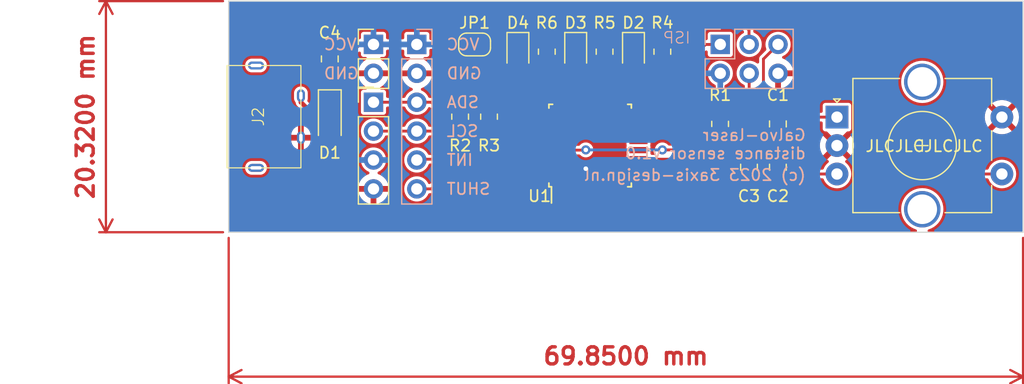
<source format=kicad_pcb>
(kicad_pcb (version 20221018) (generator pcbnew)

  (general
    (thickness 1.6)
  )

  (paper "A4")
  (title_block
    (title "Laser head distance sensor")
    (date "2023-05-27")
    (rev "v1.0")
    (company "3axis-design.nl")
  )

  (layers
    (0 "F.Cu" signal)
    (31 "B.Cu" signal)
    (32 "B.Adhes" user "B.Adhesive")
    (33 "F.Adhes" user "F.Adhesive")
    (34 "B.Paste" user)
    (35 "F.Paste" user)
    (36 "B.SilkS" user "B.Silkscreen")
    (37 "F.SilkS" user "F.Silkscreen")
    (38 "B.Mask" user)
    (39 "F.Mask" user)
    (40 "Dwgs.User" user "User.Drawings")
    (41 "Cmts.User" user "User.Comments")
    (42 "Eco1.User" user "User.Eco1")
    (43 "Eco2.User" user "User.Eco2")
    (44 "Edge.Cuts" user)
    (45 "Margin" user)
    (46 "B.CrtYd" user "B.Courtyard")
    (47 "F.CrtYd" user "F.Courtyard")
    (48 "B.Fab" user)
    (49 "F.Fab" user)
    (50 "User.1" user)
    (51 "User.2" user)
    (52 "User.3" user)
    (53 "User.4" user)
    (54 "User.5" user)
    (55 "User.6" user)
    (56 "User.7" user)
    (57 "User.8" user)
    (58 "User.9" user)
  )

  (setup
    (stackup
      (layer "F.SilkS" (type "Top Silk Screen"))
      (layer "F.Paste" (type "Top Solder Paste"))
      (layer "F.Mask" (type "Top Solder Mask") (thickness 0.01))
      (layer "F.Cu" (type "copper") (thickness 0.035))
      (layer "dielectric 1" (type "core") (thickness 1.51) (material "FR4") (epsilon_r 4.5) (loss_tangent 0.02))
      (layer "B.Cu" (type "copper") (thickness 0.035))
      (layer "B.Mask" (type "Bottom Solder Mask") (thickness 0.01))
      (layer "B.Paste" (type "Bottom Solder Paste"))
      (layer "B.SilkS" (type "Bottom Silk Screen"))
      (copper_finish "None")
      (dielectric_constraints no)
    )
    (pad_to_mask_clearance 0)
    (grid_origin 240.03 125.73)
    (pcbplotparams
      (layerselection 0x00010fc_ffffffff)
      (plot_on_all_layers_selection 0x0000000_00000000)
      (disableapertmacros false)
      (usegerberextensions true)
      (usegerberattributes true)
      (usegerberadvancedattributes true)
      (creategerberjobfile false)
      (dashed_line_dash_ratio 12.000000)
      (dashed_line_gap_ratio 3.000000)
      (svgprecision 4)
      (plotframeref false)
      (viasonmask false)
      (mode 1)
      (useauxorigin false)
      (hpglpennumber 1)
      (hpglpenspeed 20)
      (hpglpendiameter 15.000000)
      (dxfpolygonmode true)
      (dxfimperialunits true)
      (dxfusepcbnewfont true)
      (psnegative false)
      (psa4output false)
      (plotreference true)
      (plotvalue false)
      (plotinvisibletext false)
      (sketchpadsonfab false)
      (subtractmaskfromsilk true)
      (outputformat 1)
      (mirror false)
      (drillshape 0)
      (scaleselection 1)
      (outputdirectory "production")
    )
  )

  (net 0 "")
  (net 1 "RE_CLK")
  (net 2 "GND")
  (net 3 "RE_DATA")
  (net 4 "RE_SWITCH")
  (net 5 "VCC")
  (net 6 "SDA")
  (net 7 "SCK")
  (net 8 "INT")
  (net 9 "XSHUT")
  (net 10 "Net-(JP1-A)")
  (net 11 "~RESET")
  (net 12 "unconnected-(U1-PD3-Pad1)")
  (net 13 "unconnected-(U1-PD4-Pad2)")
  (net 14 "unconnected-(U1-XTAL1{slash}PB6-Pad7)")
  (net 15 "unconnected-(U1-XTAL2{slash}PB7-Pad8)")
  (net 16 "unconnected-(U1-PB0-Pad12)")
  (net 17 "unconnected-(U1-PB1-Pad13)")
  (net 18 "unconnected-(U1-PB2-Pad14)")
  (net 19 "SCL")
  (net 20 "MISO")
  (net 21 "MOSI")
  (net 22 "unconnected-(U1-AVCC-Pad18)")
  (net 23 "unconnected-(U1-ADC6-Pad19)")
  (net 24 "unconnected-(U1-AREF-Pad20)")
  (net 25 "unconnected-(U1-ADC7-Pad22)")
  (net 26 "unconnected-(U1-PD2-Pad32)")
  (net 27 "unconnected-(U1-PC3-Pad26)")
  (net 28 "Net-(D2-K)")
  (net 29 "LED0")
  (net 30 "Net-(D3-K)")
  (net 31 "LED1")
  (net 32 "Net-(D4-K)")
  (net 33 "LED2")
  (net 34 "unconnected-(J2-Pin_3-Pad3)")
  (net 35 "Net-(D1-A)")

  (footprint "Resistor_SMD:R_0805_2012Metric_Pad1.20x1.40mm_HandSolder" (layer "F.Cu") (at 233.7125 123.825 90))

  (footprint "Rotary_Encoder:RotaryEncoder_Alps_EC11E-Switch_Vertical_H20mm_CircularMountingHoles" (layer "F.Cu") (at 249.0685 129.58))

  (footprint "Capacitor_SMD:C_0805_2012Metric_Pad1.18x1.45mm_HandSolder" (layer "F.Cu") (at 204.47 124.46 90))

  (footprint "LED_SMD:LED_0805_2012Metric" (layer "F.Cu") (at 231.1725 123.825 -90))

  (footprint "Diode_SMD:D_SOD-123" (layer "F.Cu") (at 204.47 129.54 -90))

  (footprint "Capacitor_SMD:C_0805_2012Metric_Pad1.18x1.45mm_HandSolder" (layer "F.Cu") (at 243.8725 130.175 -90))

  (footprint "Package_QFP:TQFP-32_7x7mm_P0.8mm" (layer "F.Cu") (at 227.3625 132.08 90))

  (footprint "Resistor_SMD:R_0805_2012Metric_Pad1.20x1.40mm_HandSolder" (layer "F.Cu") (at 223.5525 123.825 90))

  (footprint "Capacitor_SMD:C_0805_2012Metric_Pad1.18x1.45mm_HandSolder" (layer "F.Cu") (at 243.8725 133.985 90))

  (footprint "laserhead-distance-sensor:USB-C power-only" (layer "F.Cu") (at 198.68 129.54 90))

  (footprint "Resistor_SMD:R_0805_2012Metric_Pad1.20x1.40mm_HandSolder" (layer "F.Cu") (at 238.7925 130.175 -90))

  (footprint "LED_SMD:LED_0805_2012Metric" (layer "F.Cu") (at 226.0925 123.825 -90))

  (footprint "Resistor_SMD:R_0805_2012Metric_Pad1.20x1.40mm_HandSolder" (layer "F.Cu") (at 228.6325 123.825 90))

  (footprint "LED_SMD:LED_0805_2012Metric" (layer "F.Cu") (at 221.0125 123.825 -90))

  (footprint "Resistor_SMD:R_0805_2012Metric_Pad1.20x1.40mm_HandSolder" (layer "F.Cu") (at 218.4725 129.54 -90))

  (footprint "Resistor_SMD:R_0805_2012Metric_Pad1.20x1.40mm_HandSolder" (layer "F.Cu") (at 215.9325 129.54 -90))

  (footprint "Capacitor_SMD:C_0805_2012Metric_Pad1.18x1.45mm_HandSolder" (layer "F.Cu") (at 241.3325 133.985 90))

  (footprint "Connector_PinHeader_2.54mm:PinHeader_1x02_P2.54mm_Vertical" (layer "F.Cu") (at 208.3125 123.185))

  (footprint "Jumper:SolderJumper-2_P1.3mm_Bridged2Bar_RoundedPad1.0x1.5mm" (layer "F.Cu") (at 217.2025 123.19 180))

  (footprint "Connector_PinHeader_2.54mm:PinHeader_1x04_P2.54mm_Vertical" (layer "F.Cu") (at 208.3125 128.27))

  (footprint "Connector_PinHeader_2.54mm:PinHeader_1x06_P2.54mm_Vertical" (layer "B.Cu") (at 212.1225 123.19 180))

  (footprint "Connector_PinHeader_2.54mm:PinHeader_2x03_P2.54mm_Vertical" (layer "B.Cu") (at 238.8075 123.185 -90))

  (gr_line (start 195.58 139.7) (end 195.58 119.38)
    (stroke (width 0.1) (type default)) (layer "Edge.Cuts") (tstamp 118d1b0b-fa7b-40b6-b367-65fa64f20eb9))
  (gr_line (start 265.43 139.7) (end 195.58 139.7)
    (stroke (width 0.1) (type default)) (layer "Edge.Cuts") (tstamp 1903ae6e-bd57-4fe9-9f8d-57ea26909b75))
  (gr_line (start 265.43 119.38) (end 265.43 139.7)
    (stroke (width 0.1) (type default)) (layer "Edge.Cuts") (tstamp 473c3285-c120-4233-8f08-352c7e28eecb))
  (gr_line (start 195.58 119.38) (end 265.43 119.38)
    (stroke (width 0.1) (type default)) (layer "Edge.Cuts") (tstamp c9a2019d-de16-422e-aeab-8389525a8df5))
  (gr_text "GND" (at 214.6625 125.73) (layer "B.SilkS") (tstamp 16b388a0-174a-49c6-8015-5778e5079c4b)
    (effects (font (size 1 1) (thickness 0.15)) (justify right mirror))
  )
  (gr_text "SHUT" (at 214.6625 135.89) (layer "B.SilkS") (tstamp 1b318b73-e963-4076-ae45-b5780c956708)
    (effects (font (size 1 1) (thickness 0.15)) (justify right mirror))
  )
  (gr_text "Galvo-laser\ndistance sensor v1.0" (at 246.4125 133.35) (layer "B.SilkS") (tstamp 372649ae-c2aa-4a54-8bd0-5be29c683a4d)
    (effects (font (size 1 1) (thickness 0.15)) (justify left bottom mirror))
  )
  (gr_text "VCC" (at 214.6625 123.19) (layer "B.SilkS") (tstamp 3bae0ed2-2797-4dc9-ae6a-46b3c19e2f1c)
    (effects (font (size 1 1) (thickness 0.15)) (justify right mirror))
  )
  (gr_text "SDA" (at 214.6625 128.27) (layer "B.SilkS") (tstamp 5b77edb4-138d-4ea1-b076-0d5bb6f63d11)
    (effects (font (size 1 1) (thickness 0.15)) (justify right mirror))
  )
  (gr_text "(c) 2023 3axis-design.nl" (at 246.4125 135.255) (layer "B.SilkS") (tstamp 682594b1-974d-46f9-ad0b-33c19a166bb8)
    (effects (font (size 1 1) (thickness 0.15)) (justify left bottom mirror))
  )
  (gr_text "SCL" (at 214.6625 130.81) (layer "B.SilkS") (tstamp bc211a8a-bb0d-43e9-8d2c-3c4eee5676dd)
    (effects (font (size 1 1) (thickness 0.15)) (justify right mirror))
  )
  (gr_text "ISP" (at 236.2525 123.19) (layer "B.SilkS") (tstamp bf65c76e-c5df-40ee-b2d6-b40e0d6b8c32)
    (effects (font (size 1 1) (thickness 0.1)) (justify left bottom mirror))
  )
  (gr_text "GND" (at 203.8675 125.73) (layer "B.SilkS") (tstamp c30efb42-3106-42f4-a279-aaa5958b666b)
    (effects (font (size 1 1) (thickness 0.15)) (justify right mirror))
  )
  (gr_text "VCC" (at 203.8675 123.19) (layer "B.SilkS") (tstamp d1ec5cb1-4eb6-4586-8f29-d1e797e75dfd)
    (effects (font (size 1 1) (thickness 0.15)) (justify right mirror))
  )
  (gr_text "INT" (at 214.6625 133.35) (layer "B.SilkS") (tstamp dc9e8e11-b231-4781-92e3-1896897d4526)
    (effects (font (size 1 1) (thickness 0.15)) (justify right mirror))
  )
  (gr_text "JLCJLCJLCJLC" (at 251.4925 132.715) (layer "F.SilkS") (tstamp 500a9087-963a-4527-8b36-e3b0d61ac5c3)
    (effects (font (size 1 1) (thickness 0.15)) (justify left bottom))
  )
  (dimension (type aligned) (layer "F.Cu") (tstamp b5eb6e1a-ce8d-4537-9ded-499ef3f89ffd)
    (pts (xy 265.43 139.7) (xy 195.58 139.7))
    (height -12.7)
    (gr_text "69.8500 mm" (at 230.505 150.6) (layer "F.Cu") (tstamp b5eb6e1a-ce8d-4537-9ded-499ef3f89ffd)
      (effects (font (size 1.5 1.5) (thickness 0.3)))
    )
    (format (prefix "") (suffix "") (units 3) (units_format 1) (precision 4))
    (style (thickness 0.2) (arrow_length 1.27) (text_position_mode 0) (extension_height 0.58642) (extension_offset 0.5) keep_text_aligned)
  )
  (dimension (type aligned) (layer "F.Cu") (tstamp f73525e8-382c-44d5-ab78-8caac671066c)
    (pts (xy 195.58 119.38) (xy 195.58 139.7))
    (height 10.795)
    (gr_text "20.3200 mm" (at 182.985 129.54 90) (layer "F.Cu") (tstamp f73525e8-382c-44d5-ab78-8caac671066c)
      (effects (font (size 1.5 1.5) (thickness 0.3)))
    )
    (format (prefix "") (suffix "") (units 3) (units_format 1) (precision 4))
    (style (thickness 0.2) (arrow_length 1.27) (text_position_mode 0) (extension_height 0.58642) (extension_offset 0.5) keep_text_aligned)
  )

  (segment (start 238.8625 133.28) (end 243.005 129.1375) (width 0.25) (layer "F.Cu") (net 1) (tstamp 5a356abe-555f-4dbb-b33b-70222535fa58))
  (segment (start 243.005 129.1375) (end 243.8725 129.1375) (width 0.25) (layer "F.Cu") (net 1) (tstamp 94268935-53f0-4d32-a280-a1a9a34410db))
  (segment (start 244.315 129.58) (end 243.8725 129.1375) (width 0.25) (layer "F.Cu") (net 1) (tstamp 9c0877df-22d4-4ef6-80b2-9c5cde348d02))
  (segment (start 231.6125 133.28) (end 238.8625 133.28) (width 0.25) (layer "F.Cu") (net 1) (tstamp b844ce65-2230-43e0-8a3c-84e956dd0f11))
  (segment (start 249.0685 129.58) (end 244.315 129.58) (width 0.25) (layer "F.Cu") (net 1) (tstamp bf7ae1f2-62f2-4dc0-932e-9e29c75bc84b))
  (segment (start 212.1175 125.725) (end 212.1225 125.73) (width 0.25) (layer "F.Cu") (net 2) (tstamp b754e122-6130-4356-bb87-030062bbba01))
  (segment (start 242.96 134.11) (end 243.8725 135.0225) (width 0.25) (layer "F.Cu") (net 3) (tstamp 13df8d0c-8b6a-4763-ab1a-ecc288c5fc79))
  (segment (start 231.6125 134.08) (end 238.7925 134.08) (width 0.25) (layer "F.Cu") (net 3) (tstamp 722827fc-ebbd-44c4-9dea-19b7c699655a))
  (segment (start 244.315 134.58) (end 243.8725 135.0225) (width 0.25) (layer "F.Cu") (net 3) (tstamp 78f3cf31-b20c-459f-8da5-479595e39b50))
  (segment (start 238.7925 134.08) (end 238.8225 134.11) (width 0.25) (layer "F.Cu") (net 3) (tstamp 8f70009d-6a4e-4bcb-8616-e321aad39a5f))
  (segment (start 249.0685 134.58) (end 244.315 134.58) (width 0.25) (layer "F.Cu") (net 3) (tstamp af3e7383-b668-44c8-85c5-166e1e927a6c))
  (segment (start 238.8225 134.11) (end 242.96 134.11) (width 0.25) (layer "F.Cu") (net 3) (tstamp fd9014ba-475c-457f-8482-359cb43e4d56))
  (segment (start 263.8225 134.58) (end 252.8025 134.58) (width 0.25) (layer "F.Cu") (net 4) (tstamp 25193333-86da-435c-a063-021c6d4ca376))
  (segment (start 241.9675 137.16) (end 241.3325 136.525) (width 0.25) (layer "F.Cu") (net 4) (tstamp 47a282b2-8f6d-4f32-9912-42ce3cc1f170))
  (segment (start 231.6125 134.88) (end 241.19 134.88) (width 0.25) (layer "F.Cu") (net 4) (tstamp 485f50dc-ba6c-4c99-a19a-80a18aaf657b))
  (segment (start 250.2225 137.16) (end 241.9675 137.16) (width 0.25) (layer "F.Cu") (net 4) (tstamp 921d3c70-78eb-4fb8-86db-92c94eecb6c9))
  (segment (start 252.8025 134.58) (end 250.2225 137.16) (width 0.25) (layer "F.Cu") (net 4) (tstamp b5aea7a7-4b7d-4526-a47d-2d81bf79a196))
  (segment (start 241.19 134.88) (end 241.3325 135.0225) (width 0.25) (layer "F.Cu") (net 4) (tstamp cde8639e-4139-45c7-b0e9-648550a427a0))
  (segment (start 241.3325 136.525) (end 241.3325 135.0225) (width 0.25) (layer "F.Cu") (net 4) (tstamp f1bd324c-eac6-484d-8033-2bc1b73c1439))
  (segment (start 212.1225 123.19) (end 208.3175 123.19) (width 0.4) (layer "F.Cu") (net 5) (tstamp 14fc3936-0c11-40f3-bd1d-ccd096972df9))
  (segment (start 226.9625 136.33) (end 226.9625 134.131) (width 0.25) (layer "F.Cu") (net 5) (tstamp 36450fde-f9fc-439f-b584-fe2255be052c))
  (segment (start 238.7925 125.73) (end 238.7925 128.53) (width 0.25) (layer "F.Cu") (net 5) (tstamp 38ef80a7-b209-4233-9be5-d265c56ec0ce))
  (segment (start 204.47 125.4975) (end 204.47 127.89) (width 0.4) (layer "F.Cu") (net 5) (tstamp 39a5aa2c-525f-492d-8412-915dcebe8eb3))
  (segment (start 216.5525 123.19) (end 212.1225 123.19) (width 0.25) (layer "F.Cu") (net 5) (tstamp 4a12a403-d004-45d3-833a-603f3c7ee2a6))
  (segment (start 204.47 125.4975) (end 204.7025 125.4975) (width 0.4) (layer "F.Cu") (net 5) (tstamp 50ecdb41-15cc-4bd3-b8b1-25caf40cb454))
  (segment (start 204.7025 125.4975) (end 207.015 123.185) (width 0.4) (layer "F.Cu") (net 5) (tstamp 5cc30b57-c48a-477e-9852-6011f145588d))
  (segment (start 226.9625 134.131) (end 226.9815 134.112) (width 0.25) (layer "F.Cu") (net 5) (tstamp 72ae103c-959b-4908-b61a-3206f3c2ae36))
  (segment (start 238.7925 128.53) (end 238.7775 128.545) (width 0.25) (layer "F.Cu") (net 5) (tstamp 816be500-ebda-4107-a37c-30f1b524fef4))
  (segment (start 207.015 123.185) (end 208.3125 123.185) (width 0.4) (layer "F.Cu") (net 5) (tstamp b0cea3a7-e017-450b-9e19-e081f6665d33))
  (segment (start 204.3025 127.69) (end 204.5025 127.89) (width 0.4) (layer "F.Cu") (net 5) (tstamp f9b44365-f0a2-4c8e-b557-91483f3a9a1f))
  (via (at 226.9815 134.112) (size 0.8) (drill 0.4) (layers "F.Cu" "B.Cu") (free) (net 5) (tstamp 5f6e1bec-0132-4881-82e9-ce412a6dfb28))
  (segment (start 214.6625 129.54) (end 217.4725 129.54) (width 0.25) (layer "F.Cu") (net 6) (tstamp 061409d6-9e83-40c7-a0b3-f3c53696daeb))
  (segment (start 212.1225 128.27) (end 208.3125 128.27) (width 0.25) (layer "F.Cu") (net 6) (tstamp 0e734970-a21a-4d43-a447-58071c8c7d42))
  (segment (start 213.3925 128.27) (end 214.6625 129.54) (width 0.25) (layer "F.Cu") (net 6) (tstamp 48511f20-7795-4dd8-929a-cc095fd2fab0))
  (segment (start 212.1225 128.27) (end 213.3925 128.27) (width 0.25) (layer "F.Cu") (net 6) (tstamp 621c78b5-743b-47b2-a0b1-82b364bae8c8))
  (segment (start 223.1125 130.88) (end 218.8125 130.88) (width 0.25) (layer "F.Cu") (net 6) (tstamp 6bc2d229-ddbb-4407-9411-d97f80ce85b5))
  (segment (start 217.4725 129.54) (end 218.4725 130.54) (width 0.25) (layer "F.Cu") (net 6) (tstamp c114aa56-8115-4b34-821e-dfdb64828eb5))
  (segment (start 218.8125 130.88) (end 218.4725 130.54) (width 0.25) (layer "F.Cu") (net 6) (tstamp fd2da7a6-1989-498d-a116-45d85d5364e6))
  (segment (start 236.2375 127.005) (end 235.4125 127.83) (width 0.25) (layer "F.Cu") (net 7) (tstamp 05f8941c-2d35-43a0-8672-db8f7c27836c))
  (segment (start 241.3325 123.19) (end 241.3325 121.94) (width 0.25) (layer "F.Cu") (net 7) (tstamp 3b6c5016-c1fc-43b9-88fe-4b05af932927))
  (segment (start 241.3325 121.94) (end 240.6825 121.29) (width 0.25) (layer "F.Cu") (net 7) (tstamp 5edd2cb1-2c39-4cca-b735-d1b612a2de11))
  (segment (start 235.4125 127.83) (end 230.1625 127.83) (width 0.25) (layer "F.Cu") (net 7) (tstamp 83503974-ce2b-4576-bd98-a868b9894ea5))
  (segment (start 236.8725 121.29) (end 236.2375 121.925) (width 0.25) (layer "F.Cu") (net 7) (tstamp b5443424-4091-43e4-86aa-eb962dc7ca39))
  (segment (start 240.6825 121.29) (end 236.8725 121.29) (width 0.25) (layer "F.Cu") (net 7) (tstamp da28dc02-c5dd-4972-8707-6ae134e6733e))
  (segment (start 236.2375 121.925) (end 236.2375 127.005) (width 0.25) (layer "F.Cu") (net 7) (tstamp ff3b35ee-827c-432a-87a1-83de34e8d895))
  (segment (start 223.1125 133.28) (end 212.1925 133.28) (width 0.25) (layer "F.Cu") (net 8) (tstamp 1033ca7e-b6f1-4b29-b998-30243f72d653))
  (segment (start 212.1925 133.28) (end 212.1225 133.35) (width 0.25) (layer "F.Cu") (net 8) (tstamp 32af2296-3175-4f4b-9cb4-0cec5167cc83))
  (segment (start 223.1125 134.08) (end 215.2025 134.08) (width 0.25) (layer "F.Cu") (net 9) (tstamp 86cb2def-9e55-4cce-a7a8-c3103164e611))
  (segment (start 215.2025 134.08) (end 213.3925 135.89) (width 0.25) (layer "F.Cu") (net 9) (tstamp 902d1be4-6730-471d-b016-b79a06aafcf9))
  (segment (start 213.3925 135.89) (end 212.1225 135.89) (width 0.25) (layer "F.Cu") (net 9) (tstamp c8151840-98e9-4b47-b93d-65d9d5370caa))
  (segment (start 218.4725 128.54) (end 215.9325 128.54) (width 0.25) (layer "F.Cu") (net 10) (tstamp 6700d43d-1947-4afe-9cc4-b580c0859f5d))
  (segment (start 218.4725 128.54) (end 218.4725 123.81) (width 0.25) (layer "F.Cu") (net 10) (tstamp 6cbdbd27-28f3-4c6b-9196-68d53edec700))
  (segment (start 218.4725 123.81) (end 217.8525 123.19) (width 0.25) (layer "F.Cu") (net 10) (tstamp ff188ed7-400b-4bbd-aa59-5bc34b18bfcf))
  (segment (start 242.6025 128.271396) (end 242.6025 127) (width 0.25) (layer "F.Cu") (net 11) (tstamp 75fce5f9-1fa8-41ff-8962-7dea1b8e822b))
  (segment (start 238.7925 132.08) (end 238.7925 131.175) (width 0.25) (layer "F.Cu") (net 11) (tstamp 856eb90f-11ed-4540-bd14-b5d5b7b4be35))
  (segment (start 233.7125 132.461) (end 238.4115 132.461) (width 0.25) (layer "F.Cu") (net 11) (tstamp a57e18bd-350d-4f0c-8339-286473ded287))
  (segment (start 239.698896 131.175) (end 242.6025 128.271396) (width 0.25) (layer "F.Cu") (net 11) (tstamp ad737ecb-cf9c-409e-a58f-1d618b7edf94))
  (segment (start 223.1125 132.48) (end 226.9625 132.48) (width 0.25) (layer "F.Cu") (net 11) (tstamp c3cc0144-d084-45f2-8e51-b36d52aac652))
  (segment (start 242.6025 127) (end 242.6025 124.47) (width 0.25) (layer "F.Cu") (net 11) (tstamp cffc6361-fe51-4260-ae48-87f31e1e2343))
  (segment (start 238.4115 132.461) (end 238.7925 132.08) (width 0.25) (layer "F.Cu") (net 11) (tstamp d671141c-f813-45d4-a093-e5ffdcc39990))
  (segment (start 242.6025 124.47) (end 243.8875 123.185) (width 0.25) (layer "F.Cu") (net 11) (tstamp e225880d-9b68-4d55-b0d3-1ffbc528b0cb))
  (segment (start 226.9625 132.48) (end 226.9815 132.461) (width 0.25) (layer "F.Cu") (net 11) (tstamp ebb6f089-ff8a-43c8-866f-84b1b1e521fd))
  (segment (start 238.7925 131.175) (end 239.698896 131.175) (width 0.25) (layer "F.Cu") (net 11) (tstamp fb4507e0-4dad-4f9a-bc2f-e821e3a66bae))
  (via (at 233.7125 132.461) (size 0.8) (drill 0.4) (layers "F.Cu" "B.Cu") (free) (net 11) (tstamp 4c11e544-f092-486c-b8d3-b545cb39f507))
  (via (at 226.9815 132.461) (size 0.8) (drill 0.4) (layers "F.Cu" "B.Cu") (free) (net 11) (tstamp ff99f0b2-ec15-49e6-b9af-ecafa9edd6c1))
  (segment (start 226.9815 132.461) (end 233.7125 132.461) (width 0.25) (layer "B.Cu") (net 11) (tstamp 8b1aaa0d-a274-4b93-b297-6d8916ac2082))
  (segment (start 215.6625 130.81) (end 212.1225 130.81) (width 0.25) (layer "F.Cu") (net 19) (tstamp 1773b4ad-28ef-47dc-809e-194256f49cfd))
  (segment (start 215.9325 130.54) (end 215.6625 130.81) (width 0.25) (layer "F.Cu") (net 19) (tstamp 46bf4800-c235-42d8-9d05-23c80f9aa477))
  (segment (start 212.1225 130.81) (end 208.3125 130.81) (width 0.25) (layer "F.Cu") (net 19) (tstamp 4de73575-62c4-491c-bcf9-f30b00a4ad0e))
  (segment (start 223.1125 131.68) (end 217.0725 131.68) (width 0.25) (layer "F.Cu") (net 19) (tstamp 6e054c35-95f8-4342-a160-2e9e9e68538d))
  (segment (start 217.0725 131.68) (end 215.9325 130.54) (width 0.25) (layer "F.Cu") (net 19) (tstamp f010e072-b4ac-4a27-870a-b0f36b034575))
  (segment (start 235.8625 129.285) (end 235.8575 129.28) (width 0.25) (layer "F.Cu") (net 20) (tstamp 0eb8576b-7067-4f97-84d7-c4d2d849bb33))
  (segment (start 236.8725 123.83) (end 236.8725 128.275) (width 0.25) (layer "F.Cu") (net 20) (tstamp 395414f4-aa7a-49d1-a293-964cd1e3a13f))
  (segment (start 236.8725 128.275) (end 235.8625 129.285) (width 0.25) (layer "F.Cu") (net 20) (tstamp 4af8c49b-0ac4-405b-88f9-0555d09c2646))
  (segment (start 237.5125 123.19) (end 236.8725 123.83) (width 0.25) (layer "F.Cu") (net 20) (tstamp b953abfa-1e94-43b7-a100-b3e9bf2c9b3c))
  (segment (start 238.7925 123.19) (end 237.5125 123.19) (width 0.25) (layer "F.Cu") (net 20) (tstamp bee40cbf-92c6-423e-bae8-ba6d6a7f8e33))
  (segment (start 235.8575 129.28) (end 231.6125 129.28) (width 0.25) (layer "F.Cu") (net 20) (tstamp ed79aee3-5e52-4ad7-bdec-1af37e8a3dc7))
  (segment (start 241.3475 128.255) (end 241.3475 125.725) (width 0.25) (layer "F.Cu") (net 21) (tstamp 46895d6d-fdb5-48ad-b6f9-d4c3704b2415))
  (segment (start 231.6125 130.08) (end 231.6325 130.1) (width 0.25) (layer "F.Cu") (net 21) (tstamp 6509bcc8-3ce1-4c04-a539-95c64de41746))
  (segment (start 239.5025 130.1) (end 241.3475 128.255) (width 0.25) (layer "F.Cu") (net 21) (tstamp 9c2a9315-1bc3-4751-af9d-1cca83e8e157))
  (segment (start 231.6325 130.1) (end 239.5025 130.1) (width 0.25) (layer "F.Cu") (net 21) (tstamp aa8f05b5-bce7-4ea5-920a-1740f1cb03a7))
  (segment (start 231.1725 122.8875) (end 231.775 122.8875) (width 0.25) (layer "F.Cu") (net 28) (tstamp 6b7811a4-962f-4290-9e05-d7226dd1b90e))
  (segment (start 231.775 122.8875) (end 233.7125 124.825) (width 0.25) (layer "F.Cu") (net 28) (tstamp 7bb89afd-96b3-4005-8ea0-78d51ea3a095))
  (segment (start 230.5375 126.365) (end 226.0925 126.365) (width 0.25) (layer "F.Cu") (net 29) (tstamp 3ef42857-a087-4aa7-893c-7ccfdb44fe83))
  (segment (start 225.3625 127.095) (end 225.3625 127.83) (width 0.25) (layer "F.Cu") (net 29) (tstamp 4cedf701-0a11-4c79-bcd4-67e77c38dfd5))
  (segment (start 226.0925 126.365) (end 225.3625 127.095) (width 0.25) (layer "F.Cu") (net 29) (tstamp 9240abce-4095-4528-aa37-e30d297858a0))
  (segment (start 231.1725 125.73) (end 230.5375 126.365) (width 0.25) (layer "F.Cu") (net 29) (tstamp a0f9a130-1457-4081-8cf5-20345dd77b37))
  (segment (start 231.1725 124.7625) (end 231.1725 125.73) (width 0.25) (layer "F.Cu") (net 29) (tstamp b6dd187b-2967-4cf2-bf4a-f2f31c2eae53))
  (segment (start 226.695 122.8875) (end 228.6325 124.825) (width 0.25) (layer "F.Cu") (net 30) (tstamp a5f7f21a-13bf-49db-9775-a00b9c025ce9))
  (segment (start 226.0925 122.8875) (end 226.695 122.8875) (width 0.25) (layer "F.Cu") (net 30) (tstamp bc97bbdb-4de9-4112-8663-dd78f5fbb12e))
  (segment (start 226.0925 124.7625) (end 224.5625 126.2925) (width 0.25) (layer "F.Cu") (net 31) (tstamp a1395bc5-16c5-40a6-ba36-b95e261d6293))
  (segment (start 224.5625 126.2925) (end 224.5625 127.83) (width 0.25) (layer "F.Cu") (net 31) (tstamp e49afdb9-ea9c-4d69-af93-daaef45a5a4b))
  (segment (start 221.0125 122.8875) (end 221.615 122.8875) (width 0.25) (layer "F.Cu") (net 32) (tstamp 9fc9cabd-1ec3-4a07-93b7-f205fe56af34))
  (segment (start 221.615 122.8875) (end 223.5525 124.825) (width 0.25) (layer "F.Cu") (net 32) (tstamp aadbcf51-86ee-4938-b2ec-dc5ceecc94a5))
  (segment (start 221.0125 125.73) (end 223.1125 127.83) (width 0.25) (layer "F.Cu") (net 33) (tstamp 1ff9d0ee-c685-4b4c-99ba-8ed5e1e0a102))
  (segment (start 221.0125 124.7625) (end 221.0125 125.73) (width 0.25) (layer "F.Cu") (net 33) (tstamp 2755d099-53a0-43a8-8171-edb4d0aeed2d))
  (segment (start 223.1125 127.83) (end 223.1125 129.28) (width 0.25) (layer "F.Cu") (net 33) (tstamp c0b9705c-1410-4a4c-bf30-83092b955b18))
  (segment (start 201.93 128.27) (end 201.93 127.69) (width 0.4) (layer "F.Cu") (net 35) (tstamp 0b44b7bf-65dd-45a2-ab51-c50e2cbec1f5))
  (segment (start 204.47 131.19) (end 204.47 130.81) (width 0.4) (layer "F.Cu") (net 35) (tstamp 255d7e2e-f029-4670-9766-39c45a8dcb9b))
  (segment (start 204.47 130.81) (end 201.93 128.27) (width 0.4) (layer "F.Cu") (net 35) (tstamp d307c3b2-ff9a-4952-8796-3ab65054b273))

  (zone (net 2) (net_name "GND") (layer "F.Cu") (tstamp e30e7d2d-5ac7-4fc1-9215-39b287dcdd9a) (hatch edge 0.508)
    (connect_pads (clearance 0.254))
    (min_thickness 0.254) (filled_areas_thickness no)
    (fill yes (thermal_gap 0.508) (thermal_bridge_width 0.508) (island_removal_mode 2) (island_area_min 5))
    (polygon
      (pts
        (xy 195.58 119.38)
        (xy 195.58 139.7)
        (xy 265.43 139.7)
        (xy 265.43 119.38)
      )
    )
    (filled_polygon
      (layer "F.Cu")
      (pts
        (xy 242.984644 129.798714)
        (xy 243.021356 129.826196)
        (xy 243.022592 129.824547)
        (xy 243.167735 129.933198)
        (xy 243.167444 129.933585)
        (xy 243.208458 129.964287)
        (xy 243.233269 130.030808)
        (xy 243.218178 130.100182)
        (xy 243.167976 130.150384)
        (xy 243.147223 130.159401)
        (xy 243.074977 130.18334)
        (xy 242.924157 130.276367)
        (xy 242.798867 130.401657)
        (xy 242.70584 130.552477)
        (xy 242.650106 130.720672)
        (xy 242.639825 130.821307)
        (xy 242.6395 130.827697)
        (xy 242.6395 130.9585)
        (xy 245.1055 130.9585)
        (xy 245.1055 130.827697)
        (xy 245.105174 130.821307)
        (xy 245.094893 130.720672)
        (xy 245.039159 130.552477)
        (xy 244.946132 130.401657)
        (xy 244.820842 130.276367)
        (xy 244.685262 130.192741)
        (xy 244.637784 130.139955)
        (xy 244.626381 130.06988)
        (xy 244.654673 130.004765)
        (xy 244.713678 129.965282)
        (xy 244.751409 129.9595)
        (xy 247.688001 129.9595)
        (xy 247.756122 129.979502)
        (xy 247.802615 130.033158)
        (xy 247.814001 130.0855)
        (xy 247.814001 130.605068)
        (xy 247.828765 130.6793)
        (xy 247.885015 130.763484)
        (xy 247.904862 130.776745)
        (xy 247.969199 130.819734)
        (xy 248.043433 130.8345)
        (xy 248.13002 130.834499)
        (xy 248.198138 130.8545)
        (xy 248.219113 130.871404)
        (xy 248.940911 131.593202)
        (xy 248.926185 131.59532)
        (xy 248.7954 131.655048)
        (xy 248.686739 131.749202)
        (xy 248.609007 131.870156)
        (xy 248.584139 131.954848)
        (xy 247.835398 131.206107)
        (xy 247.835396 131.206107)
        (xy 247.720707 131.393264)
        (xy 247.629872 131.612559)
        (xy 247.57446 131.843366)
        (xy 247.555837 132.08)
        (xy 247.57446 132.316633)
        (xy 247.629872 132.54744)
        (xy 247.720708 132.766738)
        (xy 247.835396 132.953891)
        (xy 247.835397 132.953891)
        (xy 248.584138 132.20515)
        (xy 248.609007 132.289844)
        (xy 248.686739 132.410798)
        (xy 248.7954 132.504952)
        (xy 248.926185 132.56468)
        (xy 248.940912 132.566797)
        (xy 248.194607 133.313101)
        (xy 248.295284 133.374796)
        (xy 248.342915 133.427444)
        (xy 248.354522 133.497485)
        (xy 248.326419 133.562683)
        (xy 248.301721 133.585441)
        (xy 248.259041 133.615326)
        (xy 248.103828 133.770539)
        (xy 247.97792 133.950354)
        (xy 247.895201 134.127749)
        (xy 247.848284 134.181035)
        (xy 247.781006 134.2005)
        (xy 244.751409 134.2005)
        (xy 244.683288 134.180498)
        (xy 244.636795 134.126842)
        (xy 244.626691 134.056568)
        (xy 244.656185 133.991988)
        (xy 244.685262 133.967259)
        (xy 244.820842 133.883632)
        (xy 244.946132 133.758342)
        (xy 245.039159 133.607522)
        (xy 245.094893 133.439327)
        (xy 245.105174 133.338692)
        (xy 245.1055 133.332302)
        (xy 245.1055 133.2015)
        (xy 240.0995 133.2015)
        (xy 240.0995 133.332302)
        (xy 240.099825 133.338692)
        (xy 240.110106 133.439323)
        (xy 240.151707 133.564867)
        (xy 240.154147 133.635822)
        (xy 240.117839 133.696832)
        (xy 240.05431 133.728527)
        (xy 240.032102 133.7305)
        (xy 239.252884 133.7305)
        (xy 239.184763 133.710498)
        (xy 239.13827 133.656842)
        (xy 239.128166 133.586568)
        (xy 239.15766 133.521988)
        (xy 239.163788 133.515405)
        (xy 239.533014 133.146179)
        (xy 239.953502 132.72569)
        (xy 240.015813 132.691667)
        (xy 240.047309 132.693919)
        (xy 240.047309 132.6935)
        (xy 241.0785 132.6935)
        (xy 241.5865 132.6935)
        (xy 243.6185 132.6935)
        (xy 243.6185 131.4665)
        (xy 244.1265 131.4665)
        (xy 244.1265 132.6935)
        (xy 245.1055 132.6935)
        (xy 245.1055 132.562697)
        (xy 245.105174 132.556307)
        (xy 245.094893 132.455672)
        (xy 245.039159 132.287478)
        (xy 244.951985 132.146147)
        (xy 244.933248 132.077668)
        (xy 244.951985 132.013853)
        (xy 245.039159 131.872521)
        (xy 245.094893 131.704327)
        (xy 245.105174 131.603692)
        (xy 245.1055 131.597302)
        (xy 245.1055 131.4665)
        (xy 244.1265 131.4665)
        (xy 243.6185 131.4665)
        (xy 242.6395 131.4665)
        (xy 242.6395 131.597302)
        (xy 242.639825 131.603692)
        (xy 242.650106 131.704327)
        (xy 242.70584 131.872522)
        (xy 242.793014 132.013852)
        (xy 242.811751 132.082332)
        (xy 242.793014 132.146145)
        (xy 242.709741 132.281153)
        (xy 242.656956 132.328632)
        (xy 242.586881 132.340035)
        (xy 242.521765 132.311743)
        (xy 242.495259 132.281154)
        (xy 242.406132 132.136657)
        (xy 242.280842 132.011367)
        (xy 242.130022 131.91834)
        (xy 241.961827 131.862606)
        (xy 241.861192 131.852325)
        (xy 241.854803 131.852)
        (xy 241.5865 131.852)
        (xy 241.5865 132.6935)
        (xy 241.0785 132.6935)
        (xy 241.0785 131.851999)
        (xy 241.041942 131.815441)
        (xy 241.007916 131.753129)
        (xy 241.012981 131.682314)
        (xy 241.041942 131.637251)
        (xy 241.946357 130.732836)
        (xy 242.851519 129.827673)
        (xy 242.913829 129.79365)
      )
    )
    (filled_polygon
      (layer "F.Cu")
      (island)
      (pts
        (xy 237.819562 130.499502)
        (xy 237.866055 130.553158)
        (xy 237.876159 130.623432)
        (xy 237.869497 130.649532)
        (xy 237.84446 130.716658)
        (xy 237.838359 130.773396)
        (xy 237.838357 130.773415)
        (xy 237.838 130.776745)
        (xy 237.838 130.780111)
        (xy 237.838 130.780112)
        (xy 237.838 131.569883)
        (xy 237.838 131.569901)
        (xy 237.838001 131.573254)
        (xy 237.83836 131.576596)
        (xy 237.838361 131.57661)
        (xy 237.844459 131.633338)
        (xy 237.844459 131.63334)
        (xy 237.84446 131.633342)
        (xy 237.867527 131.695186)
        (xy 237.895158 131.769268)
        (xy 237.978044 131.879992)
        (xy 238.002854 131.946512)
        (xy 237.987762 132.015886)
        (xy 237.937559 132.066088)
        (xy 237.877175 132.0815)
        (xy 234.311956 132.0815)
        (xy 234.243835 132.061498)
        (xy 234.208261 132.027078)
        (xy 234.205998 132.023799)
        (xy 234.087029 131.918401)
        (xy 233.946293 131.844537)
        (xy 233.791971 131.8065)
        (xy 233.633029 131.8065)
        (xy 233.478707 131.844537)
        (xy 233.478706 131.844537)
        (xy 233.478704 131.844538)
        (xy 233.337972 131.9184)
        (xy 233.219001 132.023799)
        (xy 233.128712 132.154605)
        (xy 233.07235 132.303219)
        (xy 233.053193 132.460999)
        (xy 233.07235 132.61878)
        (xy 233.114462 132.72982)
        (xy 233.119916 132.800607)
        (xy 233.086233 132.863105)
        (xy 233.024109 132.897472)
        (xy 232.99665 132.9005)
        (xy 232.793 132.9005)
        (xy 232.724879 132.880498)
        (xy 232.678386 132.826842)
        (xy 232.667 132.7745)
        (xy 232.666999 132.179933)
        (xy 232.652011 132.104579)
        (xy 232.652011 132.055417)
        (xy 232.652232 132.054303)
        (xy 232.652234 132.054301)
        (xy 232.667 131.980067)
        (xy 232.666999 131.379934)
        (xy 232.666998 131.379931)
        (xy 232.652011 131.304579)
        (xy 232.652011 131.255417)
        (xy 232.652232 131.254303)
        (xy 232.652234 131.254301)
        (xy 232.667 131.180067)
        (xy 232.666999 130.605499)
        (xy 232.687001 130.537379)
        (xy 232.740657 130.490886)
        (xy 232.792999 130.4795)
        (xy 237.751441 130.4795)
      )
    )
    (filled_polygon
      (layer "F.Cu")
      (pts
        (xy 215.770168 123.589502)
        (xy 215.816661 123.643158)
        (xy 215.822943 123.660001)
        (xy 215.831784 123.690112)
        (xy 215.891511 123.820892)
        (xy 215.891512 123.820895)
        (xy 215.898259 123.831394)
        (xy 215.931439 123.883025)
        (xy 216.025597 123.991691)
        (xy 216.081411 124.040054)
        (xy 216.138822 124.076949)
        (xy 216.202368 124.117787)
        (xy 216.269551 124.148468)
        (xy 216.407506 124.188975)
        (xy 216.425782 124.191602)
        (xy 216.480608 124.199486)
        (xy 216.480611 124.199486)
        (xy 217.0525 124.199486)
        (xy 217.151801 124.179734)
        (xy 217.151801 124.179733)
        (xy 217.176384 124.174844)
        (xy 217.17714 124.178645)
        (xy 217.200175 124.171417)
        (xy 217.227795 124.178976)
        (xy 217.228618 124.174844)
        (xy 217.253197 124.179733)
        (xy 217.253199 124.179734)
        (xy 217.3525 124.199486)
        (xy 217.352501 124.199486)
        (xy 217.924392 124.199486)
        (xy 217.949068 124.195938)
        (xy 218.019342 124.206041)
        (xy 218.072998 124.252534)
        (xy 218.093 124.320654)
        (xy 218.093 127.559889)
        (xy 218.072998 127.62801)
        (xy 218.019342 127.674503)
        (xy 217.974598 127.6855)
        (xy 217.974246 127.685501)
        (xy 217.970891 127.685861)
        (xy 217.970884 127.685862)
        (xy 217.914161 127.691959)
        (xy 217.778231 127.742658)
        (xy 217.662095 127.829595)
        (xy 217.575158 127.945732)
        (xy 217.562579 127.979458)
        (xy 217.525626 128.078533)
        (xy 217.48308 128.135368)
        (xy 217.41656 128.160179)
        (xy 217.407571 128.1605)
        (xy 216.99743 128.1605)
        (xy 216.929309 128.140498)
        (xy 216.882816 128.086842)
        (xy 216.879374 128.078533)
        (xy 216.867913 128.047806)
        (xy 216.829842 127.945733)
        (xy 216.829841 127.945731)
        (xy 216.742904 127.829595)
        (xy 216.626768 127.742658)
        (xy 216.490839 127.691959)
        (xy 216.434103 127.685859)
        (xy 216.434085 127.685858)
        (xy 216.430755 127.6855)
        (xy 216.427387 127.6855)
        (xy 215.437616 127.6855)
        (xy 215.437597 127.6855)
        (xy 215.434246 127.685501)
        (xy 215.430904 127.68586)
        (xy 215.430889 127.685861)
        (xy 215.374161 127.691959)
        (xy 215.238231 127.742658)
        (xy 215.122095 127.829595)
        (xy 215.035158 127.945731)
        (xy 214.984459 128.08166)
        (xy 214.978359 128.138396)
        (xy 214.978357 128.138415)
        (xy 214.978 128.141745)
        (xy 214.978 128.145111)
        (xy 214.978 128.145112)
        (xy 214.978 128.934883)
        (xy 214.978 128.934901)
        (xy 214.978001 128.938254)
        (xy 214.982309 128.978334)
        (xy 214.985663 129.009535)
        (xy 214.973055 129.079404)
        (xy 214.924674 129.131364)
        (xy 214.855883 129.14892)
        (xy 214.78852 129.126497)
        (xy 214.771289 129.112095)
        (xy 213.697918 128.038724)
        (xy 213.68153 128.018544)
        (xy 213.675568 128.009418)
        (xy 213.675567 128.009417)
        (xy 213.650355 127.989793)
        (xy 213.638653 127.979458)
        (xy 213.638617 127.979422)
        (xy 213.621532 127.967223)
        (xy 213.617363 127.964114)
        (xy 213.578291 127.933705)
        (xy 213.575619 127.931625)
        (xy 213.575617 127.931624)
        (xy 213.569267 127.926682)
        (xy 213.569192 127.926643)
        (xy 213.510811 127.909262)
        (xy 213.505853 127.907673)
        (xy 213.448222 127.887888)
        (xy 213.44813 127.887875)
        (xy 213.387286 127.890392)
        (xy 213.382079 127.8905)
        (xy 213.245401 127.8905)
        (xy 213.17728 127.870498)
        (xy 213.132611 127.820663)
        (xy 213.065589 127.686066)
        (xy 213.017588 127.622503)
        (xy 212.942232 127.522715)
        (xy 212.790962 127.384814)
        (xy 212.705978 127.332194)
        (xy 212.616925 127.277054)
        (xy 212.554091 127.252712)
        (xy 212.497796 127.209452)
        (xy 212.473826 127.142625)
        (xy 212.48979 127.073446)
        (xy 212.540622 127.023881)
        (xy 212.558697 127.016048)
        (xy 212.669867 126.977884)
        (xy 212.867802 126.870766)
        (xy 213.045403 126.732533)
        (xy 213.197821 126.566962)
        (xy 213.320919 126.378548)
        (xy 213.411322 126.172451)
        (xy 213.459044 125.984)
        (xy 212.553616 125.984)
        (xy 212.581993 125.939844)
        (xy 212.6225 125.801889)
        (xy 212.6225 125.658111)
        (xy 212.581993 125.520156)
        (xy 212.553616 125.476)
        (xy 213.459044 125.476)
        (xy 213.459044 125.475999)
        (xy 213.411322 125.287548)
        (xy 213.320919 125.081451)
        (xy 213.197821 124.893037)
        (xy 213.045403 124.727466)
        (xy 212.867802 124.589233)
        (xy 212.760775 124.531313)
        (xy 212.710385 124.481299)
        (xy 212.695033 124.411982)
        (xy 212.719594 124.345369)
        (xy 212.776269 124.30261)
        (xy 212.820744 124.294499)
        (xy 212.997566 124.294499)
        (xy 212.997568 124.294499)
        (xy 213.047055 124.284655)
        (xy 213.071801 124.279734)
        (xy 213.155984 124.223484)
        (xy 213.212234 124.139301)
        (xy 213.227 124.065067)
        (xy 213.227 123.6955)
        (xy 213.247002 123.627379)
        (xy 213.300658 123.580886)
        (xy 213.353 123.5695)
        (xy 215.702047 123.5695)
      )
    )
    (filled_polygon
      (layer "F.Cu")
      (pts
        (xy 210.960122 123.664502)
        (xy 211.006615 123.718158)
        (xy 211.018001 123.7705)
        (xy 211.018 124.065068)
        (xy 211.032765 124.1393)
        (xy 211.089015 124.223484)
        (xy 211.131525 124.251888)
        (xy 211.173199 124.279734)
        (xy 211.247433 124.2945)
        (xy 211.424255 124.294499)
        (xy 211.492373 124.314501)
        (xy 211.538866 124.368156)
        (xy 211.548971 124.43843)
        (xy 211.519478 124.503011)
        (xy 211.484223 124.531312)
        (xy 211.377202 124.589229)
        (xy 211.199596 124.727466)
        (xy 211.047178 124.893037)
        (xy 210.92408 125.081451)
        (xy 210.833677 125.287548)
        (xy 210.785955 125.475999)
        (xy 210.785956 125.476)
        (xy 211.691384 125.476)
        (xy 211.663007 125.520156)
        (xy 211.6225 125.658111)
        (xy 211.6225 125.801889)
        (xy 211.663007 125.939844)
        (xy 211.691384 125.984)
        (xy 210.785955 125.984)
        (xy 210.833677 126.172451)
        (xy 210.92408 126.378548)
        (xy 211.047178 126.566962)
        (xy 211.199596 126.732533)
        (xy 211.377197 126.870766)
        (xy 211.575131 126.977883)
        (xy 211.686303 127.016048)
        (xy 211.744238 127.057085)
        (xy 211.77079 127.122929)
        (xy 211.757529 127.192676)
        (xy 211.708665 127.244182)
        (xy 211.690909 127.252712)
        (xy 211.628072 127.277055)
        (xy 211.454039 127.384813)
        (xy 211.302767 127.522716)
        (xy 211.17941 127.686066)
        (xy 211.112389 127.820663)
        (xy 211.06412 127.872727)
        (xy 210.999599 127.8905)
        (xy 209.542999 127.8905)
        (xy 209.474878 127.870498)
        (xy 209.428385 127.816842)
        (xy 209.416999 127.7645)
        (xy 209.416999 127.394931)
        (xy 209.402234 127.320699)
        (xy 209.345984 127.236515)
        (xy 209.261801 127.180266)
        (xy 209.261796 127.180265)
        (xy 209.187567 127.1655)
        (xy 209.187566 127.1655)
        (xy 209.001507 127.1655)
        (xy 208.933386 127.145498)
        (xy 208.886893 127.091842)
        (xy 208.876789 127.021568)
        (xy 208.906283 126.956988)
        (xy 208.941538 126.928686)
        (xy 209.057799 126.865768)
        (xy 209.235403 126.727533)
        (xy 209.387821 126.561962)
        (xy 209.510919 126.373548)
        (xy 209.601322 126.167451)
        (xy 209.649044 125.979)
        (xy 208.743616 125.979)
        (xy 208.771993 125.934844)
        (xy 208.8125 125.796889)
        (xy 208.8125 125.653111)
        (xy 208.771993 125.515156)
        (xy 208.743616 125.471)
        (xy 209.649044 125.471)
        (xy 209.649044 125.470999)
        (xy 209.601322 125.282548)
        (xy 209.510919 125.076451)
        (xy 209.387821 124.888037)
        (xy 209.235403 124.722466)
        (xy 209.057802 124.584233)
        (xy 208.950775 124.526313)
        (xy 208.900385 124.476299)
        (xy 208.885033 124.406982)
        (xy 208.909594 124.340369)
        (xy 208.966269 124.29761)
        (xy 209.010744 124.289499)
        (xy 209.187566 124.289499)
        (xy 209.187568 124.289499)
        (xy 209.247854 124.277508)
        (xy 209.261801 124.274734)
        (xy 209.345984 124.218484)
        (xy 209.402234 124.134301)
        (xy 209.417 124.060067)
        (xy 209.417 123.7705)
        (xy 209.437002 123.702379)
        (xy 209.490658 123.655886)
        (xy 209.543 123.6445)
        (xy 210.892001 123.6445)
      )
    )
    (filled_polygon
      (layer "F.Cu")
      (pts
        (xy 265.371621 119.400502)
        (xy 265.418114 119.454158)
        (xy 265.4295 119.5065)
        (xy 265.4295 139.5735)
        (xy 265.409498 139.641621)
        (xy 265.355842 139.688114)
        (xy 265.3035 139.6995)
        (xy 257.159078 139.6995)
        (xy 257.090957 139.679498)
        (xy 257.044464 139.625842)
        (xy 257.03436 139.555568)
        (xy 257.063854 139.490988)
        (xy 257.115045 139.455445)
        (xy 257.201064 139.42336)
        (xy 257.340855 139.371221)
        (xy 257.573679 139.24409)
        (xy 257.786041 139.085118)
        (xy 257.973618 138.897541)
        (xy 258.13259 138.685179)
        (xy 258.259721 138.452355)
        (xy 258.352425 138.203808)
        (xy 258.408813 137.944597)
        (xy 258.427737 137.68)
        (xy 258.408813 137.415403)
        (xy 258.352425 137.156192)
        (xy 258.352005 137.155067)
        (xy 258.305643 137.030766)
        (xy 258.259721 136.907645)
        (xy 258.13259 136.674821)
        (xy 258.10449 136.637283)
        (xy 257.973616 136.462456)
        (xy 257.786043 136.274883)
        (xy 257.573681 136.115911)
        (xy 257.533222 136.093819)
        (xy 257.340855 135.988779)
        (xy 257.34085 135.988777)
        (xy 257.092313 135.896076)
        (xy 256.833093 135.839686)
        (xy 256.5685 135.820762)
        (xy 256.303906 135.839686)
        (xy 256.044686 135.896076)
        (xy 255.796149 135.988777)
        (xy 255.563318 136.115911)
        (xy 255.350956 136.274883)
        (xy 255.163383 136.462456)
        (xy 255.004411 136.674818)
        (xy 254.877277 136.907649)
        (xy 254.784576 137.156186)
        (xy 254.728186 137.415406)
        (xy 254.709262 137.68)
        (xy 254.728186 137.944593)
        (xy 254.784576 138.203813)
        (xy 254.877277 138.45235)
        (xy 254.877279 138.452355)
        (xy 254.990174 138.659108)
        (xy 255.004411 138.685181)
        (xy 255.163383 138.897543)
        (xy 255.350956 139.085116)
        (xy 255.350959 139.085118)
        (xy 255.563321 139.24409)
        (xy 255.796145 139.371221)
        (xy 255.904608 139.411676)
        (xy 256.021955 139.455445)
        (xy 256.078791 139.497991)
        (xy 256.103601 139.564512)
        (xy 256.088509 139.633886)
        (xy 256.038307 139.684088)
        (xy 255.977922 139.6995)
        (xy 195.7065 139.6995)
        (xy 195.638379 139.679498)
        (xy 195.591886 139.625842)
        (xy 195.5805 139.5735)
        (xy 195.5805 136.144)
        (xy 206.975955 136.144)
        (xy 207.023677 136.332451)
        (xy 207.11408 136.538548)
        (xy 207.237178 136.726962)
        (xy 207.389596 136.892533)
        (xy 207.567197 137.030766)
        (xy 207.765131 137.137883)
        (xy 207.977985 137.210955)
        (xy 208.0585 137.224391)
        (xy 208.0585 136.323674)
        (xy 208.170185 136.37468)
        (xy 208.276737 136.39)
        (xy 208.348263 136.39)
        (xy 208.454815 136.37468)
        (xy 208.5665 136.323674)
        (xy 208.5665 137.22439)
        (xy 208.647014 137.210955)
        (xy 208.859868 137.137883)
        (xy 209.057802 137.030766)
        (xy 209.235403 136.892533)
        (xy 209.387821 136.726962)
        (xy 209.510919 136.538548)
        (xy 209.601322 136.332451)
        (xy 209.649044 136.144)
        (xy 208.743616 136.144)
        (xy 208.771993 136.099844)
        (xy 208.8125 135.961889)
        (xy 208.8125 135.818111)
        (xy 208.771993 135.680156)
        (xy 208.743616 135.636)
        (xy 209.649044 135.636)
        (xy 209.649044 135.635999)
        (xy 209.601322 135.447548)
        (xy 209.510919 135.241451)
        (xy 209.387821 135.053037)
        (xy 209.235403 134.887466)
        (xy 209.057802 134.749233)
        (xy 208.859868 134.642116)
        (xy 208.748696 134.603951)
        (xy 208.690761 134.562914)
        (xy 208.664209 134.497069)
        (xy 208.67747 134.427322)
        (xy 208.726335 134.375817)
        (xy 208.744086 134.367288)
        (xy 208.806927 134.342944)
        (xy 208.980962 134.235186)
        (xy 209.132232 134.097285)
        (xy 209.255588 133.933935)
        (xy 209.346828 133.750701)
        (xy 209.402845 133.553821)
        (xy 209.421732 133.35)
        (xy 209.42079 133.339839)
        (xy 209.402845 133.14618)
        (xy 209.394116 133.1155)
        (xy 209.346828 132.949299)
        (xy 209.307783 132.870886)
        (xy 209.255589 132.766066)
        (xy 209.201106 132.693919)
        (xy 209.132232 132.602715)
        (xy 208.980962 132.464814)
        (xy 208.932587 132.434861)
        (xy 208.806928 132.357056)
        (xy 208.667955 132.303218)
        (xy 208.616056 132.283112)
        (xy 208.414847 132.2455)
        (xy 208.210153 132.2455)
        (xy 208.019424 132.281153)
        (xy 208.008944 132.283112)
        (xy 207.818071 132.357056)
        (xy 207.644039 132.464813)
        (xy 207.492767 132.602716)
        (xy 207.36941 132.766066)
        (xy 207.278172 132.949297)
        (xy 207.222154 133.14618)
        (xy 207.203267 133.35)
        (xy 207.222154 133.553819)
        (xy 207.278172 133.750702)
        (xy 207.36941 133.933933)
        (xy 207.429814 134.013921)
        (xy 207.492768 134.097285)
        (xy 207.644038 134.235186)
        (xy 207.818073 134.342944)
        (xy 207.880907 134.367286)
        (xy 207.937203 134.410546)
        (xy 207.961173 134.477373)
        (xy 207.945209 134.546552)
        (xy 207.894378 134.596118)
        (xy 207.876304 134.603951)
        (xy 207.76513 134.642117)
        (xy 207.567197 134.749233)
        (xy 207.389596 134.887466)
        (xy 207.237178 135.053037)
        (xy 207.11408 135.241451)
        (xy 207.023677 135.447548)
        (xy 206.975955 135.635999)
        (xy 206.975956 135.636)
        (xy 207.881384 135.636)
        (xy 207.853007 135.680156)
        (xy 207.8125 135.818111)
        (xy 207.8125 135.961889)
        (xy 207.853007 136.099844)
        (xy 207.881384 136.144)
        (xy 206.975955 136.144)
        (xy 195.5805 136.144)
        (xy 195.5805 134.039999)
        (xy 197.020284 134.039999)
        (xy 197.041059 134.197806)
        (xy 197.101968 134.344856)
        (xy 197.128986 134.380066)
        (xy 197.198866 134.471134)
        (xy 197.29257 134.543036)
        (xy 197.325143 134.568031)
        (xy 197.392082 134.595757)
        (xy 197.472194 134.62894)
        (xy 197.572273 134.642116)
        (xy 197.586294 134.643962)
        (xy 197.586295 134.643962)
        (xy 197.590381 134.6445)
        (xy 197.594503 134.6445)
        (xy 198.365497 134.6445)
        (xy 198.369619 134.6445)
        (xy 198.487806 134.62894)
        (xy 198.634858 134.56803)
        (xy 198.761134 134.471134)
        (xy 198.85803 134.344858)
        (xy 198.868725 134.319039)
        (xy 198.91894 134.197806)
        (xy 198.928163 134.127749)
        (xy 198.939716 134.04)
        (xy 198.91894 133.882194)
        (xy 198.91894 133.882193)
        (xy 198.858031 133.735143)
        (xy 198.834577 133.704578)
        (xy 198.761134 133.608866)
        (xy 198.675053 133.542813)
        (xy 198.634856 133.511968)
        (xy 198.487806 133.45106)
        (xy 198.373705 133.436037)
        (xy 198.37369 133.436036)
        (xy 198.369619 133.4355)
        (xy 197.590381 133.4355)
        (xy 197.58631 133.436035)
        (xy 197.586294 133.436037)
        (xy 197.472193 133.45106)
        (xy 197.325143 133.511968)
        (xy 197.198866 133.608866)
        (xy 197.101968 133.735143)
        (xy 197.041059 133.882193)
        (xy 197.020284 134.039999)
        (xy 195.5805 134.039999)
        (xy 195.5805 131.644001)
        (xy 201.072813 131.644001)
        (xy 201.087118 131.775531)
        (xy 201.146707 131.952387)
        (xy 201.242926 132.112302)
        (xy 201.371265 132.24779)
        (xy 201.525736 132.352523)
        (xy 201.676 132.412393)
        (xy 201.676 131.644)
        (xy 201.072815 131.644)
        (xy 201.072813 131.644001)
        (xy 195.5805 131.644001)
        (xy 195.5805 131.609746)
        (xy 201.78 131.609746)
        (xy 201.795514 131.667645)
        (xy 201.852354 131.724486)
        (xy 201.93 131.745291)
        (xy 202.007645 131.724486)
        (xy 202.064486 131.667645)
        (xy 202.070822 131.644)
        (xy 202.184 131.644)
        (xy 202.184 132.409934)
        (xy 202.249448 132.391762)
        (xy 202.414339 132.304343)
        (xy 202.556575 132.183526)
        (xy 202.669517 132.034953)
        (xy 202.747881 131.865572)
        (xy 202.788 131.683313)
        (xy 202.788 131.644)
        (xy 202.184 131.644)
        (xy 202.070822 131.644)
        (xy 202.08 131.609746)
        (xy 202.08 131.170254)
        (xy 202.064486 131.112355)
        (xy 202.007646 131.055514)
        (xy 201.93 131.034709)
        (xy 201.852355 131.055514)
        (xy 201.795514 131.112355)
        (xy 201.78 131.170254)
        (xy 201.78 131.609746)
        (xy 195.5805 131.609746)
        (xy 195.5805 131.136)
        (xy 201.072 131.136)
        (xy 201.676 131.136)
        (xy 201.676 130.370064)
        (xy 201.675999 130.370064)
        (xy 201.610549 130.388237)
        (xy 201.44566 130.475656)
        (xy 201.303424 130.596473)
        (xy 201.190482 130.745046)
        (xy 201.112118 130.914427)
        (xy 201.072 131.096686)
        (xy 201.072 131.136)
        (xy 195.5805 131.136)
        (xy 195.5805 130.367606)
        (xy 202.184 130.367606)
        (xy 202.184 131.136)
        (xy 202.787185 131.136)
        (xy 202.787186 131.135998)
        (xy 202.772881 131.004468)
        (xy 202.713292 130.827612)
        (xy 202.617073 130.667697)
        (xy 202.488734 130.532209)
        (xy 202.334264 130.427477)
        (xy 202.184 130.367606)
        (xy 195.5805 130.367606)
        (xy 195.5805 127.929619)
        (xy 201.3255 127.929619)
        (xy 201.326036 127.93369)
        (xy 201.326037 127.933705)
        (xy 201.341059 128.047805)
        (xy 201.40197 128.194859)
        (xy 201.451726 128.259701)
        (xy 201.475567 128.31298)
        (xy 201.4814 128.343808)
        (xy 201.482189 128.348451)
        (xy 201.491704 128.411576)
        (xy 201.493276 128.416352)
        (xy 201.496158 128.421806)
        (xy 201.496159 128.421807)
        (xy 201.523105 128.472792)
        (xy 201.525216 128.476975)
        (xy 201.552909 128.53448)
        (xy 201.555815 128.538575)
        (xy 201.560179 128.542939)
        (xy 201.56018 128.54294)
        (xy 201.600948 128.583708)
        (xy 201.604191 128.587074)
        (xy 201.643423 128.629356)
        (xy 201.643425 128.629357)
        (xy 201.647624 128.633882)
        (xy 201.662661 128.645421)
        (xy 203.634367 130.617127)
        (xy 203.668393 130.679439)
        (xy 203.663328 130.750253)
        (xy 203.62164 130.862025)
        (xy 203.615859 130.915789)
        (xy 203.615858 130.915804)
        (xy 203.6155 130.919136)
        (xy 203.6155 131.460864)
        (xy 203.615858 131.464196)
        (xy 203.615859 131.46421)
        (xy 203.618431 131.488126)
        (xy 203.62164 131.517973)
        (xy 203.664669 131.633338)
        (xy 203.669825 131.647163)
        (xy 203.752455 131.757544)
        (xy 203.817853 131.8065)
        (xy 203.862837 131.840175)
        (xy 203.992027 131.88836)
        (xy 204.049136 131.8945)
        (xy 204.052503 131.8945)
        (xy 204.887497 131.8945)
        (xy 204.890864 131.8945)
        (xy 204.947973 131.88836)
        (xy 205.077163 131.840175)
        (xy 205.187544 131.757544)
        (xy 205.270175 131.647163)
        (xy 205.31836 131.517973)
        (xy 205.3245 131.460864)
        (xy 205.3245 130.919136)
        (xy 205.31836 130.862027)
        (xy 205.270175 130.732837)
        (xy 205.2494 130.705086)
        (xy 205.187544 130.622455)
        (xy 205.077163 130.539825)
        (xy 205.070605 130.537379)
        (xy 204.947973 130.49164)
        (xy 204.94096 130.490886)
        (xy 204.89421 130.485859)
        (xy 204.894196 130.485858)
        (xy 204.890864 130.4855)
        (xy 204.887497 130.4855)
        (xy 204.843892 130.4855)
        (xy 204.775771 130.465498)
        (xy 204.75533 130.448386)
        (xy 204.737338 130.434578)
        (xy 202.529156 128.226395)
        (xy 202.49513 128.164083)
        (xy 202.500195 128.093267)
        (xy 202.501825 128.089123)
        (xy 202.51894 128.047806)
        (xy 202.5345 127.929619)
        (xy 202.5345 127.450381)
        (xy 202.51894 127.332194)
        (xy 202.48068 127.239825)
        (xy 202.458031 127.185143)
        (xy 202.425405 127.142625)
        (xy 202.361134 127.058866)
        (xy 202.272074 126.990527)
        (xy 202.234856 126.961968)
        (xy 202.087806 126.901059)
        (xy 201.93 126.880284)
        (xy 201.772193 126.901059)
        (xy 201.625143 126.961968)
        (xy 201.498866 127.058866)
        (xy 201.401968 127.185143)
        (xy 201.34106 127.332193)
        (xy 201.326037 127.446294)
        (xy 201.326035 127.44631)
        (xy 201.3255 127.450381)
        (xy 201.3255 127.929619)
        (xy 195.5805 127.929619)
        (xy 195.5805 125.04)
        (xy 197.020284 125.04)
        (xy 197.041059 125.197806)
        (xy 197.101968 125.344856)
        (xy 197.126885 125.377328)
        (xy 197.198866 125.471134)
        (xy 197.290443 125.541404)
        (xy 197.325143 125.568031)
        (xy 197.364361 125.584275)
        (xy 197.472194 125.62894)
        (xy 197.576987 125.642736)
        (xy 197.586294 125.643962)
        (xy 197.586295 125.643962)
        (xy 197.590381 125.6445)
        (xy 197.594503 125.6445)
        (xy 198.365497 125.6445)
        (xy 198.369619 125.6445)
        (xy 198.487806 125.62894)
        (xy 198.634858 125.56803)
        (xy 198.761134 125.471134)
        (xy 198.85803 125.344858)
        (xy 198.91894 125.197806)
        (xy 198.939716 125.04)
        (xy 198.91894 124.882194)
        (xy 198.901386 124.839814)
        (xy 198.858031 124.735143)
        (xy 198.828053 124.696076)
        (xy 198.761134 124.608866)
        (xy 198.653549 124.526312)
        (xy 198.634856 124.511968)
        (xy 198.487806 124.45106)
        (xy 198.373705 124.436037)
        (xy 198.37369 124.436036)
        (xy 198.369619 124.4355)
        (xy 197.590381 124.4355)
        (xy 197.58631 124.436035)
        (xy 197.586294 124.436037)
        (xy 197.472193 124.45106)
        (xy 197.325143 124.511968)
        (xy 197.198866 124.608866)
        (xy 197.101968 124.735143)
        (xy 197.041059 124.882193)
        (xy 197.020284 125.04)
        (xy 195.5805 125.04)
        (xy 195.5805 123.807302)
        (xy 203.237 123.807302)
        (xy 203.237325 123.813692)
        (xy 203.247606 123.914327)
        (xy 203.30334 124.082522)
        (xy 203.396367 124.233342)
        (xy 203.521657 124.358632)
        (xy 203.672475 124.451657)
        (xy 203.744722 124.475597)
        (xy 203.803094 124.516011)
        (xy 203.83035 124.581567)
        (xy 203.817837 124.651452)
        (xy 203.769528 124.703478)
        (xy 203.75137 124.71218)
        (xy 203.634595 124.799595)
        (xy 203.547658 124.915731)
        (xy 203.496959 125.05166)
        (xy 203.490859 125.108396)
        (xy 203.490857 125.108415)
        (xy 203.4905 125.111745)
        (xy 203.4905 125.115111)
        (xy 203.4905 125.115112)
        (xy 203.4905 125.879883)
        (xy 203.4905 125.879901)
        (xy 203.490501 125.883254)
        (xy 203.49086 125.886596)
        (xy 203.490861 125.88661)
        (xy 203.496959 125.943338)
        (xy 203.496959 125.94334)
        (xy 203.49696 125.943342)
        (xy 203.518503 126.0011)
        (xy 203.547658 126.079268)
        (xy 203.634595 126.195404)
        (xy 203.750731 126.282341)
        (xy 203.750732 126.282341)
        (xy 203.750733 126.282342)
        (xy 203.886658 126.33304)
        (xy 203.902969 126.334793)
        (xy 203.96856 126.361961)
        (xy 204.009052 126.420279)
        (xy 204.0155 126.460071)
        (xy 204.0155 127.095401)
        (xy 203.995498 127.163522)
        (xy 203.941842 127.210015)
        (xy 203.933533 127.213457)
        (xy 203.862835 127.239825)
        (xy 203.752455 127.322455)
        (xy 203.669825 127.432836)
        (xy 203.62164 127.562027)
        (xy 203.615859 127.615789)
        (xy 203.615858 127.615804)
        (xy 203.6155 127.619136)
        (xy 203.6155 128.160864)
        (xy 203.615858 128.164196)
        (xy 203.615859 128.16421)
        (xy 203.620311 128.205616)
        (xy 203.62164 128.217973)
        (xy 203.659958 128.320708)
        (xy 203.669825 128.347163)
        (xy 203.752455 128.457544)
        (xy 203.818104 128.506688)
        (xy 203.862837 128.540175)
        (xy 203.992027 128.58836)
        (xy 204.049136 128.5945)
        (xy 204.052503 128.5945)
        (xy 204.887497 128.5945)
        (xy 204.890864 128.5945)
        (xy 204.947973 128.58836)
        (xy 205.077163 128.540175)
        (xy 205.187544 128.457544)
        (xy 205.270175 128.347163)
        (xy 205.31836 128.217973)
        (xy 205.3245 128.160864)
        (xy 205.3245 127.619136)
        (xy 205.31836 127.562027)
        (xy 205.270175 127.432837)
        (xy 205.234225 127.384814)
        (xy 205.187544 127.322455)
        (xy 205.077164 127.239825)
        (xy 205.006467 127.213457)
        (xy 204.949632 127.17091)
        (xy 204.924821 127.10439)
        (xy 204.9245 127.095401)
        (xy 204.9245 126.460071)
        (xy 204.944502 126.39195)
        (xy 204.998158 126.345457)
        (xy 205.037031 126.334793)
        (xy 205.053342 126.33304)
        (xy 205.189267 126.282342)
        (xy 205.305404 126.195404)
        (xy 205.392342 126.079267)
        (xy 205.44304 125.943342)
        (xy 205.4495 125.883255)
        (xy 205.449499 125.445448)
        (xy 205.469501 125.377328)
        (xy 205.486399 125.356359)
        (xy 206.992907 123.849851)
        (xy 207.055218 123.815827)
        (xy 207.126034 123.820892)
        (xy 207.182869 123.863439)
        (xy 207.20768 123.929959)
        (xy 207.208001 123.938948)
        (xy 207.208001 124.060068)
        (xy 207.222765 124.1343)
        (xy 207.279015 124.218484)
        (xy 207.318921 124.245148)
        (xy 207.363199 124.274734)
        (xy 207.437433 124.2895)
        (xy 207.614255 124.289499)
        (xy 207.682373 124.309501)
        (xy 207.728866 124.363156)
        (xy 207.738971 124.43343)
        (xy 207.709478 124.498011)
        (xy 207.674223 124.526312)
        (xy 207.567202 124.584229)
        (xy 207.389596 124.722466)
        (xy 207.237178 124.888037)
        (xy 207.11408 125.076451)
        (xy 207.023677 125.282548)
        (xy 206.975955 125.470999)
        (xy 206.975956 125.471)
        (xy 207.881384 125.471)
        (xy 207.853007 125.515156)
        (xy 207.8125 125.653111)
        (xy 207.8125 125.796889)
        (xy 207.853007 125.934844)
        (xy 207.881384 125.979)
        (xy 206.975955 125.979)
        (xy 207.023677 126.167451)
        (xy 207.11408 126.373548)
        (xy 207.237178 126.561962)
        (xy 207.389596 126.727533)
        (xy 207.567199 126.865768)
        (xy 207.683463 126.928686)
        (xy 207.733854 126.978699)
        (xy 207.749206 127.048016)
        (xy 207.724645 127.114629)
        (xy 207.66797 127.157389)
        (xy 207.623495 127.1655)
        (xy 207.437432 127.1655)
        (xy 207.363199 127.180265)
        (xy 207.279015 127.236515)
        (xy 207.222766 127.320698)
        (xy 207.208 127.394933)
        (xy 207.208 129.145068)
        (xy 207.222765 129.2193)
        (xy 207.279015 129.303484)
        (xy 207.329006 129.336887)
        (xy 207.363199 129.359734)
        (xy 207.437433 129.3745)
        (xy 209.187566 129.374499)
        (xy 209.187568 129.374499)
        (xy 209.237055 129.364655)
        (xy 209.261801 129.359734)
        (xy 209.345984 129.303484)
        (xy 209.402234 129.219301)
        (xy 209.417 129.145067)
        (xy 209.417 128.7755)
        (xy 209.437002 128.707379)
        (xy 209.490658 128.660886)
        (xy 209.543 128.6495)
        (xy 210.999599 128.6495)
        (xy 211.06772 128.669502)
        (xy 211.112389 128.719337)
        (xy 211.17941 128.853933)
        (xy 211.218502 128.905699)
        (xy 211.302768 129.017285)
        (xy 211.454038 129.155186)
        (xy 211.628073 129.262944)
        (xy 211.818944 129.336888)
        (xy 212.020153 129.3745)
        (xy 212.020155 129.3745)
        (xy 212.224845 129.3745)
        (xy 212.224847 129.3745)
        (xy 212.426056 129.336888)
        (xy 212.616927 129.262944)
        (xy 212.790962 129.155186)
        (xy 212.942232 129.017285)
        (xy 213.065588 128.853935)
        (xy 213.111906 128.760915)
        (xy 213.160175 128.708853)
        (xy 213.228929 128.691151)
        (xy 213.296339 128.71343)
        (xy 213.313791 128.727985)
        (xy 214.357081 129.771275)
        (xy 214.373468 129.791453)
        (xy 214.378211 129.798714)
        (xy 214.379432 129.800582)
        (xy 214.404641 129.820203)
        (xy 214.416342 129.830537)
        (xy 214.416382 129.830577)
        (xy 214.433477 129.842782)
        (xy 214.437641 129.845887)
        (xy 214.479381 129.878375)
        (xy 214.485724 129.883312)
        (xy 214.485811 129.883357)
        (xy 214.493517 129.885651)
        (xy 214.49352 129.885653)
        (xy 214.544208 129.900743)
        (xy 214.549124 129.902318)
        (xy 214.599173 129.9195)
        (xy 214.599174 129.9195)
        (xy 214.606782 129.922112)
        (xy 214.606868 129.922124)
        (xy 214.614907 129.921791)
        (xy 214.614909 129.921792)
        (xy 214.667712 129.919608)
        (xy 214.67292 129.9195)
        (xy 214.863468 129.9195)
        (xy 214.931589 129.939502)
        (xy 214.978082 129.993158)
        (xy 214.988186 130.063432)
        (xy 214.985134 130.075384)
        (xy 214.978359 130.138396)
        (xy 214.978357 130.138415)
        (xy 214.978 130.141745)
        (xy 214.978 130.145112)
        (xy 214.978 130.3045)
        (xy 214.957998 130.372621)
        (xy 214.904342 130.419114)
        (xy 214.852 130.4305)
        (xy 213.245401 130.4305)
        (xy 213.17728 130.410498)
        (xy 213.132611 130.360663)
        (xy 213.065589 130.226066)
        (xy 213.001913 130.141746)
        (xy 212.942232 130.062715)
        (xy 212.790962 129.924814)
        (xy 212.715961 129.878375)
        (xy 212.616928 129.817056)
        (xy 212.498753 129.771275)
        (xy 212.426056 129.743112)
        (xy 212.224847 129.7055)
        (xy 212.020153 129.7055)
        (xy 211.821373 129.742658)
        (xy 211.818944 129.743112)
        (xy 211.628071 129.817056)
        (xy 211.454039 129.924813)
        (xy 211.302767 130.062716)
        (xy 211.17941 130.226066)
        (xy 211.112389 130.360663)
        (xy 211.06412 130.412727)
        (xy 210.999599 130.4305)
        (xy 209.435401 130.4305)
        (xy 209.36728 130.410498)
        (xy 209.322611 130.360663)
        (xy 209.255589 130.226066)
        (xy 209.191913 130.141746)
        (xy 209.132232 130.062715)
        (xy 208.980962 129.924814)
        (xy 208.905961 129.878375)
        (xy 208.806928 129.817056)
        (xy 208.688753 129.771275)
        (xy 208.616056 129.743112)
        (xy 208.414847 129.7055)
        (xy 208.210153 129.7055)
        (xy 208.011373 129.742658)
        (xy 208.008944 129.743112)
        (xy 207.818071 129.817056)
        (xy 207.644039 129.924813)
        (xy 207.492767 130.062716)
        (xy 207.36941 130.226066)
        (xy 207.278172 130.409297)
        (xy 207.222154 130.60618)
        (xy 207.203267 130.81)
        (xy 207.222154 131.013819)
        (xy 207.278172 131.210702)
        (xy 207.36941 131.393933)
        (xy 207.397707 131.431404)
        (xy 207.492768 131.557285)
        (xy 207.644038 131.695186)
        (xy 207.731277 131.749202)
        (xy 207.773799 131.775531)
        (xy 207.818073 131.802944)
        (xy 208.008944 131.876888)
        (xy 208.210153 131.9145)
        (xy 208.210155 131.9145)
        (xy 208.414845 131.9145)
        (xy 208.414847 131.9145)
        (xy 208.616056 131.876888)
        (xy 208.806927 131.802944)
        (xy 208.980962 131.695186)
        (xy 209.132232 131.557285)
        (xy 209.255588 131.393935)
        (xy 209.283769 131.337341)
        (xy 209.322611 131.259337)
        (xy 209.37088 131.207273)
        (xy 209.435401 131.1895)
        (xy 210.999599 131.1895)
        (xy 211.06772 131.209502)
        (xy 211.112389 131.259337)
        (xy 211.17941 131.393933)
        (xy 211.207707 131.431404)
        (xy 211.302768 131.557285)
        (xy 211.454038 131.695186)
        (xy 211.541277 131.749202)
        (xy 211.583799 131.775531)
        (xy 211.628073 131.802944)
        (xy 211.818944 131.876888)
        (xy 212.020153 131.9145)
        (xy 212.020155 131.9145)
        (xy 212.224845 131.9145)
        (xy 212.224847 131.9145)
        (xy 212.426056 131.876888)
        (xy 212.616927 131.802944)
        (xy 212.790962 131.695186)
        (xy 212.942232 131.557285)
        (xy 213.065588 131.393935)
        (xy 213.093769 131.337341)
        (xy 213.132611 131.259337)
        (xy 213.18088 131.207273)
        (xy 213.245401 131.1895)
        (xy 215.013432 131.1895)
        (xy 215.081553 131.209502)
        (xy 215.1143 131.239991)
        (xy 215.122094 131.250403)
        (xy 215.238231 131.337341)
        (xy 215.238232 131.337341)
        (xy 215.238233 131.337342)
        (xy 215.374158 131.38804)
        (xy 215.419576 131.392923)
        (xy 215.428989 131.393935)
        (xy 215.434245 131.3945)
        (xy 216.198115 131.394499)
        (xy 216.266236 131.414501)
        (xy 216.28721 131.431404)
        (xy 216.767081 131.911275)
        (xy 216.783466 131.93145)
        (xy 216.789432 131.940582)
        (xy 216.814641 131.960203)
        (xy 216.826342 131.970537)
        (xy 216.826382 131.970577)
        (xy 216.826385 131.970579)
        (xy 216.826386 131.97058)
        (xy 216.839675 131.980068)
        (xy 216.843477 131.982782)
        (xy 216.847641 131.985887)
        (xy 216.876194 132.008111)
        (xy 216.895725 132.023313)
        (xy 216.895814 132.023359)
        (xy 216.954197 132.04074)
        (xy 216.95916 132.04233)
        (xy 216.988419 132.052375)
        (xy 216.994029 132.054301)
        (xy 217.016776 132.06211)
        (xy 217.016866 132.062123)
        (xy 217.024907 132.06179)
        (xy 217.024909 132.061791)
        (xy 217.074865 132.059725)
        (xy 217.0777 132.059608)
        (xy 217.082906 132.0595)
        (xy 221.932 132.0595)
        (xy 222.000121 132.079502)
        (xy 222.046614 132.133158)
        (xy 222.058 132.1855)
        (xy 222.058001 132.7745)
        (xy 222.037999 132.842621)
        (xy 221.984343 132.889114)
        (xy 221.932001 132.9005)
        (xy 213.210544 132.9005)
        (xy 213.142423 132.880498)
        (xy 213.097754 132.830663)
        (xy 213.065588 132.766065)
        (xy 212.942232 132.602715)
        (xy 212.790962 132.464814)
        (xy 212.742587 132.434861)
        (xy 212.616928 132.357056)
        (xy 212.477955 132.303218)
        (xy 212.426056 132.283112)
        (xy 212.224847 132.2455)
        (xy 212.020153 132.2455)
        (xy 211.829424 132.281153)
        (xy 211.818944 132.283112)
        (xy 211.628071 132.357056)
        (xy 211.454039 132.464813)
        (xy 211.302767 132.602716)
        (xy 211.17941 132.766066)
        (xy 211.088172 132.949297)
        (xy 211.032154 133.14618)
        (xy 211.013267 133.35)
        (xy 211.032154 133.553819)
        (xy 211.088172 133.750702)
        (xy 211.17941 133.933933)
        (xy 211.239814 134.013921)
        (xy 211.302768 134.097285)
        (xy 211.454038 134.235186)
        (xy 211.628073 134.342944)
        (xy 211.818944 134.416888)
        (xy 212.020153 134.4545)
        (xy 212.020155 134.4545)
        (xy 212.224845 134.4545)
        (xy 212.224847 134.4545)
        (xy 212.426056 134.416888)
        (xy 212.616927 134.342944)
        (xy 212.790962 134.235186)
        (xy 212.942232 134.097285)
        (xy 213.065588 133.933935)
        (xy 213.095136 133.874595)
        (xy 213.162033 133.74025)
        (xy 213.163173 133.740817)
        (xy 213.194618 133.690972)
        (xy 213.258949 133.660938)
        (xy 213.277928 133.6595)
        (xy 214.782115 133.6595)
        (xy 214.850236 133.679502)
        (xy 214.896729 133.733158)
        (xy 214.906833 133.803432)
        (xy 214.877339 133.868012)
        (xy 214.87121 133.874595)
        (xy 213.313791 135.432014)
        (xy 213.251479 135.46604)
        (xy 213.180664 135.460975)
        (xy 213.123828 135.418428)
        (xy 213.111906 135.399083)
        (xy 213.065588 135.306066)
        (xy 213.065588 135.306065)
        (xy 212.942232 135.142715)
        (xy 212.790962 135.004814)
        (xy 212.722427 134.962379)
        (xy 212.616928 134.897056)
        (xy 212.521491 134.860084)
        (xy 212.426056 134.823112)
        (xy 212.224847 134.7855)
        (xy 212.020153 134.7855)
        (xy 211.818944 134.823112)
        (xy 211.628071 134.897056)
        (xy 211.454039 135.004813)
        (xy 211.302767 135.142716)
        (xy 211.17941 135.306066)
        (xy 211.088172 135.489297)
        (xy 211.032154 135.68618)
        (xy 211.013267 135.89)
        (xy 211.032154 136.093819)
        (xy 211.088172 136.290702)
        (xy 211.17941 136.473933)
        (xy 211.205967 136.5091)
        (xy 211.302768 136.637285)
        (xy 211.454038 136.775186)
        (xy 211.628073 136.882944)
        (xy 211.818944 136.956888)
        (xy 212.020153 136.9945)
        (xy 212.020155 136.9945)
        (xy 212.224845 136.9945)
        (xy 212.224847 136.9945)
        (xy 212.426056 136.956888)
        (xy 212.616927 136.882944)
        (xy 212.790962 136.775186)
        (xy 212.942232 136.637285)
        (xy 213.065588 136.473935)
        (xy 213.107383 136.39)
        (xy 213.132611 136.339337)
        (xy 213.18088 136.287273)
        (xy 213.245401 136.2695)
        (xy 213.340074 136.2695)
        (xy 213.365931 136.272181)
        (xy 213.3766 136.274419)
        (xy 213.408296 136.270468)
        (xy 213.423882 136.2695)
        (xy 213.42394 136.2695)
        (xy 213.423943 136.2695)
        (xy 213.444694 136.266036)
        (xy 213.449743 136.2653)
        (xy 213.502283 136.258752)
        (xy 213.502288 136.258749)
        (xy 213.510282 136.257753)
        (xy 213.510342 136.257734)
        (xy 213.517426 136.2539)
        (xy 213.517427 136.2539)
        (xy 213.563911 136.228742)
        (xy 213.568543 136.226359)
        (xy 213.616068 136.203126)
        (xy 213.616068 136.203125)
        (xy 213.623307 136.199587)
        (xy 213.623354 136.199552)
        (xy 213.66463 136.154714)
        (xy 213.668189 136.151003)
        (xy 215.322791 134.496402)
        (xy 215.385101 134.462379)
        (xy 215.411884 134.4595)
        (xy 221.932 134.4595)
        (xy 222.000121 134.479502)
        (xy 222.046614 134.533158)
        (xy 222.058 134.5855)
        (xy 222.058 135.180068)
        (xy 222.072765 135.2543)
        (xy 222.129015 135.338484)
        (xy 222.185265 135.376068)
        (xy 222.213199 135.394734)
        (xy 222.287433 135.4095)
        (xy 223.907 135.409499)
        (xy 223.975121 135.429501)
        (xy 224.021614 135.483157)
        (xy 224.033 135.535499)
        (xy 224.033 137.155068)
        (xy 224.047765 137.2293)
        (xy 224.104015 137.313484)
        (xy 224.160265 137.351068)
        (xy 224.188199 137.369734)
        (xy 224.262433 137.3845)
        (xy 224.862566 137.384499)
        (xy 224.936801 137.369734)
        (xy 224.936801 137.369733)
        (xy 224.937922 137.369511)
        (xy 224.987085 137.369511)
        (xy 224.988195 137.369731)
        (xy 224.988199 137.369734)
        (xy 225.062433 137.3845)
        (xy 225.380374 137.384499)
        (xy 225.448493 137.404501)
        (xy 225.481241 137.43499)
        (xy 225.524595 137.492904)
        (xy 225.641537 137.580445)
        (xy 225.778406 137.631494)
        (xy 225.835563 137.63764)
        (xy 225.842277 137.638)
        (xy 225.9085 137.638)
        (xy 225.9085 135.022)
        (xy 225.842277 135.022)
        (xy 225.835563 135.022359)
        (xy 225.778406 135.028505)
        (xy 225.641537 135.079554)
        (xy 225.524595 135.167096)
        (xy 225.481241 135.22501)
        (xy 225.424405 135.267556)
        (xy 225.380374 135.2755)
        (xy 225.062431 135.2755)
        (xy 224.987078 135.290488)
        (xy 224.937918 135.290488)
        (xy 224.862567 135.2755)
        (xy 224.292999 135.2755)
        (xy 224.224878 135.255498)
        (xy 224.178385 135.201842)
        (xy 224.166999 135.149504)
        (xy 224.166999 134.579934)
        (xy 224.166998 134.579931)
        (xy 224.15299 134.509502)
        (xy 224.152234 134.505699)
        (xy 224.152233 134.505698)
        (xy 224.152011 134.504579)
        (xy 224.152011 134.455417)
        (xy 224.152232 134.454303)
        (xy 224.152234 134.454301)
        (xy 224.167 134.380067)
        (xy 224.167 134.112)
        (xy 226.322193 134.112)
        (xy 226.34135 134.26978)
        (xy 226.397712 134.418394)
        (xy 226.486174 134.546552)
        (xy 226.488002 134.549201)
        (xy 226.522692 134.579934)
        (xy 226.540553 134.595757)
        (xy 226.578278 134.655901)
        (xy 226.582999 134.690069)
        (xy 226.582999 134.896)
        (xy 226.562997 134.964121)
        (xy 226.509341 135.010614)
        (xy 226.456999 135.022)
        (xy 226.4165 135.022)
        (xy 226.4165 136.092963)
        (xy 226.430121 136.117908)
        (xy 226.433 136.144691)
        (xy 226.433 136.515308)
        (xy 226.4165 136.571502)
        (xy 226.4165 137.638)
        (xy 226.482723 137.638)
        (xy 226.489436 137.63764)
        (xy 226.546593 137.631494)
        (xy 226.683462 137.580445)
        (xy 226.800403 137.492904)
        (xy 226.843756 137.434991)
        (xy 226.900592 137.392444)
        (xy 226.944622 137.384499)
        (xy 226.980375 137.384499)
        (xy 227.048495 137.404501)
        (xy 227.081243 137.434991)
        (xy 227.124596 137.492905)
        (xy 227.241537 137.580445)
        (xy 227.378406 137.631494)
        (xy 227.435563 137.63764)
        (xy 227.442277 137.638)
        (xy 227.5085 137.638)
        (xy 227.5085 136.567037)
        (xy 227.494878 136.542091)
        (xy 227.491999 136.515313)
        (xy 227.491999 136.144689)
        (xy 227.5085 136.088493)
        (xy 227.5085 135.022)
        (xy 227.468 135.022)
        (xy 227.399879 135.001998)
        (xy 227.353386 134.948342)
        (xy 227.342 134.896)
        (xy 227.342 134.723735)
        (xy 227.362002 134.655614)
        (xy 227.384443 134.629425)
        (xy 227.474998 134.549201)
        (xy 227.565287 134.418395)
        (xy 227.621649 134.269782)
        (xy 227.640807 134.112)
        (xy 227.621649 133.954218)
        (xy 227.565287 133.805605)
        (xy 227.474998 133.674799)
        (xy 227.356029 133.569401)
        (xy 227.215293 133.495537)
        (xy 227.060971 133.4575)
        (xy 226.902029 133.4575)
        (xy 226.747707 133.495537)
        (xy 226.747706 133.495537)
        (xy 226.747704 133.495538)
        (xy 226.606972 133.5694)
        (xy 226.488001 133.674799)
        (xy 226.397712 133.805605)
        (xy 226.34135 133.954219)
        (xy 226.322193 134.112)
        (xy 224.167 134.112)
        (xy 224.166999 133.779934)
        (xy 224.166998 133.779931)
        (xy 224.154303 133.7161)
        (xy 224.152234 133.705699)
        (xy 224.152233 133.705698)
        (xy 224.152011 133.704579)
        (xy 224.152011 133.655417)
        (xy 224.152232 133.654303)
        (xy 224.152234 133.654301)
        (xy 224.167 133.580067)
        (xy 224.166999 132.985499)
        (xy 224.187001 132.917379)
        (xy 224.240657 132.870886)
        (xy 224.292999 132.8595)
        (xy 226.396532 132.8595)
        (xy 226.464653 132.879502)
        (xy 226.480085 132.891188)
        (xy 226.580258 132.979933)
        (xy 226.606971 133.003599)
        (xy 226.747707 133.077463)
        (xy 226.902029 133.1155)
        (xy 226.902031 133.1155)
        (xy 227.060969 133.1155)
        (xy 227.060971 133.1155)
        (xy 227.215293 133.077463)
        (xy 227.356029 133.003599)
        (xy 227.474998 132.898201)
        (xy 227.565287 132.767395)
        (xy 227.621649 132.618782)
        (xy 227.640807 132.461)
        (xy 227.621649 132.303218)
        (xy 227.565287 132.154605)
        (xy 227.474998 132.023799)
        (xy 227.356029 131.918401)
        (xy 227.215293 131.844537)
        (xy 227.060971 131.8065)
        (xy 226.902029 131.8065)
        (xy 226.747707 131.844537)
        (xy 226.747706 131.844537)
        (xy 226.747704 131.844538)
        (xy 226.606972 131.9184)
        (xy 226.488 132.0238)
        (xy 226.472624 132.046077)
        (xy 226.417466 132.090776)
        (xy 226.368929 132.1005)
        (xy 224.293 132.1005)
        (xy 224.224879 132.080498)
        (xy 224.178386 132.026842)
        (xy 224.167 131.9745)
        (xy 224.166999 131.379933)
        (xy 224.152011 131.304579)
        (xy 224.152011 131.255417)
        (xy 224.152232 131.254303)
        (xy 224.152234 131.254301)
        (xy 224.167 131.180067)
        (xy 224.166999 130.579934)
        (xy 224.166998 130.579931)
        (xy 224.160162 130.545561)
        (xy 224.152234 130.505699)
        (xy 224.152233 130.505698)
        (xy 224.152011 130.504579)
        (xy 224.152011 130.455417)
        (xy 224.152232 130.454303)
        (xy 224.152234 130.454301)
        (xy 224.167 130.380067)
        (xy 224.166999 129.779934)
        (xy 224.166998 129.779931)
        (xy 224.152011 129.704579)
        (xy 224.152011 129.655417)
        (xy 224.152232 129.654303)
        (xy 224.152234 129.654301)
        (xy 224.167 129.580067)
        (xy 224.166999 129.010498)
        (xy 224.187001 128.942378)
        (xy 224.240657 128.895885)
        (xy 224.292994 128.884499)
        (xy 224.862566 128.884499)
        (xy 224.862567 128.884499)
        (xy 224.937922 128.869511)
        (xy 224.987085 128.869511)
        (xy 224.988195 128.869731)
        (xy 224.988199 128.869734)
        (xy 225.062433 128.8845)
        (xy 225.662566 128.884499)
        (xy 225.736801 128.869734)
        (xy 225.736801 128.869733)
        (xy 225.737922 128.869511)
        (xy 225.787085 128.869511)
        (xy 225.788195 128.869731)
        (xy 225.788199 128.869734)
        (xy 225.862433 128.8845)
        (xy 226.180374 128.884499)
        (xy 226.248493 128.904501)
        (xy 226.281241 128.93499)
        (xy 226.324595 128.992904)
        (xy 226.441537 129.080445)
        (xy 226.578406 129.131494)
        (xy 226.635563 129.13764)
        (xy 226.642277 129.138)
        (xy 226.7085 129.138)
        (xy 226.7085 127.702)
        (xy 226.728502 127.633879)
        (xy 226.782158 127.587386)
        (xy 226.8345 127.576)
        (xy 227.0905 127.576)
        (xy 227.158621 127.596002)
        (xy 227.205114 127.649658)
        (xy 227.2165 127.702)
        (xy 227.2165 129.138)
        (xy 227.282723 129.138)
        (xy 227.289436 129.13764)
        (xy 227.346593 129.131494)
        (xy 227.483462 129.080445)
        (xy 227.600403 128.992904)
        (xy 227.643756 128.934991)
        (xy 227.700592 128.892444)
        (xy 227.744622 128.884499)
        (xy 228.062566 128.884499)
        (xy 228.062567 128.884499)
        (xy 228.137922 128.869511)
        (xy 228.187085 128.869511)
        (xy 228.188195 128.869731)
        (xy 228.188199 128.869734)
        (xy 228.262433 128.8845)
        (xy 228.862566 128.884499)
        (xy 228.936801 128.869734)
        (xy 228.936801 128.869733)
        (xy 228.937922 128.869511)
        (xy 228.987085 128.869511)
        (xy 228.988195 128.869731)
        (xy 228.988199 128.869734)
        (xy 229.062433 128.8845)
        (xy 229.662566 128.884499)
        (xy 229.736801 128.869734)
        (xy 229.736801 128.869733)
        (xy 229.737922 128.869511)
        (xy 229.787085 128.869511)
        (xy 229.788195 128.869731)
        (xy 229.788199 128.869734)
        (xy 229.862433 128.8845)
        (xy 230.432 128.884499)
        (xy 230.500121 128.904501)
        (xy 230.546614 128.958157)
        (xy 230.558 129.010499)
        (xy 230.558 129.580068)
        (xy 230.572988 129.655419)
        (xy 230.572988 129.704578)
        (xy 230.558 129.779931)
        (xy 230.558 130.380068)
        (xy 230.572988 130.455419)
        (xy 230.572988 130.504578)
        (xy 230.558 130.579931)
        (xy 230.558 131.180068)
        (xy 230.572988 131.255419)
        (xy 230.572988 131.304578)
        (xy 230.558 131.379931)
        (xy 230.558 131.980068)
        (xy 230.572988 132.055419)
        (xy 230.572988 132.104578)
        (xy 230.558 132.179931)
        (xy 230.558 132.780068)
        (xy 230.572988 132.855419)
        (xy 230.572988 132.904578)
        (xy 230.558 132.979931)
        (xy 230.558 133.580068)
        (xy 230.572988 133.655419)
        (xy 230.572988 133.704578)
        (xy 230.558 133.779931)
        (xy 230.558 134.380068)
        (xy 230.572988 134.455419)
        (xy 230.572988 134.504578)
        (xy 230.558 134.579931)
        (xy 230.558 135.1495)
        (xy 230.537998 135.217621)
        (xy 230.484342 135.264114)
        (xy 230.432 135.2755)
        (xy 229.862431 135.2755)
        (xy 229.787078 135.290488)
        (xy 229.737918 135.290488)
        (xy 229.662567 135.2755)
        (xy 229.062431 135.2755)
        (xy 228.987078 135.290488)
        (xy 228.937918 135.290488)
        (xy 228.862567 135.2755)
        (xy 228.544625 135.2755)
        (xy 228.476504 135.255498)
        (xy 228.443756 135.225008)
        (xy 228.400403 135.167094)
        (xy 228.283462 135.079554)
        (xy 228.146593 135.028505)
        (xy 228.089436 135.022359)
        (xy 228.082723 135.022)
        (xy 228.0165 135.022)
        (xy 228.0165 137.638)
        (xy 228.082723 137.638)
        (xy 228.089436 137.63764)
        (xy 228.146593 137.631494)
        (xy 228.283462 137.580445)
        (xy 228.400403 137.492904)
        (xy 228.443756 137.434991)
        (xy 228.500592 137.392444)
        (xy 228.544622 137.384499)
        (xy 228.862566 137.384499)
        (xy 228.862567 137.384499)
        (xy 228.937922 137.369511)
        (xy 228.987085 137.369511)
        (xy 228.988195 137.369731)
        (xy 228.988199 137.369734)
        (xy 229.062433 137.3845)
        (xy 229.662566 137.384499)
        (xy 229.736801 137.369734)
        (xy 229.736801 137.369733)
        (xy 229.737922 137.369511)
        (xy 229.787085 137.369511)
        (xy 229.788195 137.369731)
        (xy 229.788199 137.369734)
        (xy 229.862433 137.3845)
        (xy 230.462566 137.384499)
        (xy 230.462568 137.384499)
        (xy 230.512055 137.374655)
        (xy 230.536801 137.369734)
        (xy 230.620984 137.313484)
        (xy 230.677234 137.229301)
        (xy 230.692 137.155067)
        (xy 230.691999 135.535498)
        (xy 230.712001 135.467378)
        (xy 230.765657 135.420885)
        (xy 230.817994 135.409499)
        (xy 232.437566 135.409499)
        (xy 232.437568 135.409499)
        (xy 232.489935 135.399083)
        (xy 232.511801 135.394734)
        (xy 232.595984 135.338484)
        (xy 232.611342 135.315498)
        (xy 232.66582 135.26997)
        (xy 232.716108 135.2595)
        (xy 240.227001 135.2595)
        (xy 240.295122 135.279502)
        (xy 240.341615 135.333158)
        (xy 240.353001 135.385499)
        (xy 240.353001 135.408254)
        (xy 240.35336 135.411596)
        (xy 240.353361 135.41161)
        (xy 240.359459 135.468338)
        (xy 240.359459 135.46834)
        (xy 240.35946 135.468342)
        (xy 240.384509 135.535499)
        (xy 240.410158 135.604268)
        (xy 240.497095 135.720404)
        (xy 240.613231 135.807341)
        (xy 240.613232 135.807341)
        (xy 240.613233 135.807342)
        (xy 240.749158 135.85804)
        (xy 240.809245 135.8645)
        (xy 240.826994 135.864499)
        (xy 240.895114 135.884497)
        (xy 240.94161 135.93815)
        (xy 240.952999 135.990499)
        (xy 240.952999 136.472576)
        (xy 240.950318 136.498429)
        (xy 240.94808 136.509099)
        (xy 240.952032 136.540794)
        (xy 240.953 136.556381)
        (xy 240.953 136.556448)
        (xy 240.956455 136.577159)
        (xy 240.957205 136.582304)
        (xy 240.964741 136.642751)
        (xy 240.964776 136.642861)
        (xy 240.993755 136.69641)
        (xy 240.996138 136.701039)
        (xy 241.022906 136.755793)
        (xy 241.022961 136.755866)
        (xy 241.067784 136.79713)
        (xy 241.071541 136.800735)
        (xy 241.662081 137.391275)
        (xy 241.678466 137.41145)
        (xy 241.684432 137.420582)
        (xy 241.709641 137.440203)
        (xy 241.721342 137.450537)
        (xy 241.721381 137.450576)
        (xy 241.721384 137.450578)
        (xy 241.721387 137.450581)
        (xy 241.738499 137.462799)
        (xy 241.742642 137.465889)
        (xy 241.790734 137.50332)
        (xy 241.790796 137.503352)
        (xy 241.798517 137.50565)
        (xy 241.798521 137.505653)
        (xy 241.849243 137.520752)
        (xy 241.854107 137.522311)
        (xy 241.904173 137.5395)
        (xy 241.904175 137.5395)
        (xy 241.91178 137.542111)
        (xy 241.911869 137.542124)
        (xy 241.919908 137.541791)
        (xy 241.91991 137.541792)
        (xy 241.969502 137.539741)
        (xy 241.972725 137.539608)
        (xy 241.977931 137.5395)
        (xy 250.170074 137.5395)
        (xy 250.195931 137.542181)
        (xy 250.2066 137.544419)
        (xy 250.238296 137.540468)
        (xy 250.253882 137.5395)
        (xy 250.25394 137.5395)
        (xy 250.253943 137.5395)
        (xy 250.274694 137.536036)
        (xy 250.279743 137.5353)
        (xy 250.332283 137.528752)
        (xy 250.332288 137.528749)
        (xy 250.340282 137.527753)
        (xy 250.340342 137.527734)
        (xy 250.347426 137.5239)
        (xy 250.347427 137.5239)
        (xy 250.393911 137.498742)
        (xy 250.398543 137.496359)
        (xy 250.446068 137.473126)
        (xy 250.446068 137.473125)
        (xy 250.453307 137.469587)
        (xy 250.453354 137.469552)
        (xy 250.470859 137.450537)
        (xy 250.49463 137.424713)
        (xy 250.498213 137.420979)
        (xy 252.922788 134.996405)
        (xy 252.985101 134.962379)
        (xy 253.011884 134.9595)
        (xy 262.281006 134.9595)
        (xy 262.349127 134.979502)
        (xy 262.395201 135.032251)
        (xy 262.47792 135.209645)
        (xy 262.603828 135.38946)
        (xy 262.759039 135.544671)
        (xy 262.759042 135.544673)
        (xy 262.759043 135.544674)
        (xy 262.938854 135.670579)
        (xy 263.137797 135.763347)
        (xy 263.231281 135.788396)
        (xy 263.349821 135.82016)
        (xy 263.349822 135.82016)
        (xy 263.349826 135.820161)
        (xy 263.5685 135.839292)
        (xy 263.787174 135.820161)
        (xy 263.999203 135.763347)
        (xy 264.198146 135.670579)
        (xy 264.377957 135.544674)
        (xy 264.533174 135.389457)
        (xy 264.659079 135.209646)
        (xy 264.751847 135.010703)
        (xy 264.808661 134.798674)
        (xy 264.827792 134.58)
        (xy 264.808661 134.361326)
        (xy 264.804248 134.344858)
        (xy 264.766694 134.204705)
        (xy 264.751847 134.149297)
        (xy 264.659079 133.950354)
        (xy 264.533174 133.770543)
        (xy 264.533173 133.770542)
        (xy 264.533171 133.770539)
        (xy 264.37796 133.615328)
        (xy 264.198145 133.48942)
        (xy 263.999201 133.396652)
        (xy 263.787178 133.339839)
        (xy 263.612234 133.324534)
        (xy 263.5685 133.320708)
        (xy 263.568499 133.320708)
        (xy 263.349821 133.339839)
        (xy 263.137798 133.396652)
        (xy 262.938854 133.48942)
        (xy 262.759039 133.615328)
        (xy 262.603828 133.770539)
        (xy 262.47792 133.950354)
        (xy 262.395201 134.127749)
        (xy 262.348284 134.181035)
        (xy 262.281006 134.2005)
        (xy 252.854926 134.2005)
        (xy 252.829068 134.197818)
        (xy 252.818399 134.19558)
        (xy 252.786704 134.199532)
        (xy 252.771118 134.2005)
        (xy 252.771054 134.2005)
        (xy 252.750344 134.203955)
        (xy 252.745198 134.204705)
        (xy 252.68475 134.212241)
        (xy 252.68463 134.212279)
        (xy 252.631067 134.241265)
        (xy 252.626442 134.243646)
        (xy 252.571722 134.270398)
        (xy 252.571626 134.270469)
        (xy 252.530368 134.315285)
        (xy 252.526765 134.319039)
        (xy 250.102211 136.743595)
        (xy 250.039899 136.77762)
        (xy 250.013116 136.7805)
        (xy 242.176884 136.7805)
        (xy 242.108763 136.760498)
        (xy 242.087789 136.743595)
        (xy 241.748905 136.404711)
        (xy 241.714879 136.342399)
        (xy 241.712 136.315616)
        (xy 241.712 135.990499)
        (xy 241.732002 135.922378)
        (xy 241.785658 135.875885)
        (xy 241.838 135.864499)
        (xy 241.852384 135.864499)
        (xy 241.855754 135.864499)
        (xy 241.915842 135.85804)
        (xy 242.051767 135.807342)
        (xy 242.167904 135.720404)
        (xy 242.254842 135.604267)
        (xy 242.30554 135.468342)
        (xy 242.312 135.408255)
        (xy 242.311999 134.636746)
        (xy 242.311162 134.628961)
        (xy 242.323772 134.559094)
        (xy 242.372153 134.507135)
        (xy 242.436441 134.4895)
        (xy 242.750616 134.4895)
        (xy 242.818737 134.509502)
        (xy 242.839711 134.526405)
        (xy 242.856342 134.543036)
        (xy 242.890368 134.605348)
        (xy 242.892974 134.637712)
        (xy 242.893 134.636745)
        (xy 242.893 134.640116)
        (xy 242.893 134.640117)
        (xy 242.893 135.404883)
        (xy 242.893 135.404901)
        (xy 242.893001 135.408254)
        (xy 242.89336 135.411596)
        (xy 242.893361 135.41161)
        (xy 242.899459 135.468338)
        (xy 242.899459 135.46834)
        (xy 242.89946 135.468342)
        (xy 242.924509 135.535499)
        (xy 242.950158 135.604268)
        (xy 243.037095 135.720404)
        (xy 243.153231 135.807341)
        (xy 243.153232 135.807341)
        (xy 243.153233 135.807342)
        (xy 243.289158 135.85804)
        (xy 243.334576 135.862923)
        (xy 243.345877 135.864138)
        (xy 243.349245 135.8645)
        (xy 244.395754 135.864499)
        (xy 244.455842 135.85804)
        (xy 244.591767 135.807342)
        (xy 244.707904 135.720404)
        (xy 244.794842 135.604267)
        (xy 244.84554 135.468342)
        (xy 244.852 135.408255)
        (xy 244.851999 135.085499)
        (xy 244.872001 135.01738)
        (xy 244.925656 134.970887)
        (xy 244.977999 134.9595)
        (xy 247.781006 134.9595)
        (xy 247.849127 134.979502)
        (xy 247.895201 135.032251)
        (xy 247.97792 135.209645)
        (xy 248.103828 135.38946)
        (xy 248.259039 135.544671)
        (xy 248.259042 135.544673)
        (xy 248.259043 135.544674)
        (xy 248.438854 135.670579)
        (xy 248.637797 135.763347)
        (xy 248.731281 135.788396)
        (xy 248.849821 135.82016)
        (xy 248.849822 135.82016)
        (xy 248.849826 135.820161)
        (xy 249.0685 135.839292)
        (xy 249.287174 135.820161)
        (xy 249.499203 135.763347)
        (xy 249.698146 135.670579)
        (xy 249.877957 135.544674)
        (xy 250.033174 135.389457)
        (xy 250.159079 135.209646)
        (xy 250.251847 135.010703)
        (xy 250.308661 134.798674)
        (xy 250.327792 134.58)
        (xy 250.308661 134.361326)
        (xy 250.304248 134.344858)
        (xy 250.266694 134.204705)
        (xy 250.251847 134.149297)
        (xy 250.159079 133.950354)
        (xy 250.033174 133.770543)
        (xy 250.033173 133.770542)
        (xy 250.033171 133.770539)
        (xy 249.87796 133.615328)
        (xy 249.835278 133.585442)
        (xy 249.79095 133.529985)
        (xy 249.783641 133.459366)
        (xy 249.815672 133.396005)
        (xy 249.841715 133.374796)
        (xy 249.942392 133.313101)
        (xy 249.196088 132.566797)
        (xy 249.210815 132.56468)
        (xy 249.3416 132.504952)
        (xy 249.450261 132.410798)
        (xy 249.527993 132.289844)
        (xy 249.552861 132.20515)
        (xy 250.301602 132.953892)
        (xy 250.301602 132.953891)
        (xy 250.416291 132.766738)
        (xy 250.507127 132.54744)
        (xy 250.562539 132.316633)
        (xy 250.581162 132.08)
        (xy 250.562539 131.843366)
        (xy 250.507127 131.612559)
        (xy 250.416291 131.393261)
        (xy 250.301602 131.206107)
        (xy 250.3016 131.206107)
        (xy 249.55286 131.954846)
        (xy 249.527993 131.870156)
        (xy 249.450261 131.749202)
        (xy 249.3416 131.655048)
        (xy 249.210815 131.59532)
        (xy 249.196087 131.593202)
        (xy 249.917885 130.871404)
        (xy 249.980198 130.837379)
        (xy 250.00698 130.834499)
        (xy 250.093566 130.834499)
        (xy 250.093568 130.834499)
        (xy 250.159892 130.821307)
        (xy 250.167801 130.819734)
        (xy 250.251984 130.763484)
        (xy 250.308234 130.679301)
        (xy 250.323 130.605067)
        (xy 250.322999 129.58)
        (xy 262.055837 129.58)
        (xy 262.07446 129.816633)
        (xy 262.129872 130.04744)
        (xy 262.220708 130.266738)
        (xy 262.335396 130.453891)
        (xy 262.335397 130.453891)
        (xy 263.084138 129.70515)
        (xy 263.109007 129.789844)
        (xy 263.186739 129.910798)
        (xy 263.2954 130.004952)
        (xy 263.426185 130.06468)
        (xy 263.440912 130.066797)
        (xy 262.694607 130.813101)
        (xy 262.694607 130.813102)
        (xy 262.881761 130.927791)
        (xy 263.101059 131.018627)
        (xy 263.331866 131.074039)
        (xy 263.5685 131.092662)
        (xy 263.805133 131.074039)
        (xy 264.03594 131.018627)
        (xy 264.255238 130.927791)
        (xy 264.442391 130.813102)
        (xy 264.442392 130.813101)
        (xy 263.696088 130.066797)
        (xy 263.710815 130.06468)
        (xy 263.8416 130.004952)
        (xy 263.950261 129.910798)
        (xy 264.027993 129.789844)
        (xy 264.05286 129.705151)
        (xy 264.801601 130.453892)
        (xy 264.801602 130.453891)
        (xy 264.916291 130.266738)
        (xy 265.007127 130.04744)
        (xy 265.062539 129.816633)
        (xy 265.081162 129.58)
        (xy 265.062539 129.343366)
        (xy 265.007127 129.112559)
        (xy 264.916291 128.893261)
        (xy 264.801602 128.706107)
        (xy 264.801601 128.706107)
        (xy 264.05286 129.454848)
        (xy 264.027993 129.370156)
        (xy 263.950261 129.249202)
        (xy 263.8416 129.155048)
        (xy 263.710815 129.09532)
        (xy 263.696087 129.093202)
        (xy 264.442391 128.346897)
        (xy 264.442391 128.346896)
        (xy 264.255238 128.232208)
        (xy 264.03594 128.141372)
        (xy 263.805133 128.08596)
        (xy 263.5685 128.067337)
        (xy 263.331866 128.08596)
        (xy 263.101059 128.141372)
        (xy 262.881764 128.232207)
        (xy 262.694607 128.346896)
        (xy 262.694607 128.346898)
        (xy 263.440911 129.093202)
        (xy 263.426185 129.09532)
        (xy 263.2954 129.155048)
        (xy 263.186739 129.249202)
        (xy 263.109007 129.370156)
        (xy 263.084139 129.454847)
        (xy 262.335398 128.706107)
        (xy 262.335396 128.706107)
        (xy 262.220707 128.893264)
        (xy 262.129872 129.112559)
        (xy 262.07446 129.343366)
        (xy 262.055837 129.58)
        (xy 250.322999 129.58)
        (xy 250.322999 128.554934)
        (xy 250.322999 128.554933)
        (xy 250.322999 128.554931)
        (xy 250.308234 128.480699)
        (xy 250.251984 128.396515)
        (xy 250.167801 128.340266)
        (xy 250.158053 128.338327)
        (xy 250.093567 128.3255)
        (xy 250.093566 128.3255)
        (xy 248.043431 128.3255)
        (xy 247.969199 128.340265)
        (xy 247.885015 128.396515)
        (xy 247.828766 128.480698)
        (xy 247.814 128.554933)
        (xy 247.814 129.0745)
        (xy 247.793998 129.142621)
        (xy 247.740342 129.189114)
        (xy 247.688 129.2005)
        (xy 244.978 129.2005)
        (xy 244.909879 129.180498)
        (xy 244.863386 129.126842)
        (xy 244.852 129.0745)
        (xy 244.851999 128.755116)
        (xy 244.851999 128.751746)
        (xy 244.84554 128.691658)
        (xy 244.794842 128.555733)
        (xy 244.794244 128.554934)
        (xy 244.707904 128.439595)
        (xy 244.591768 128.352658)
        (xy 244.476065 128.309503)
        (xy 244.455842 128.30196)
        (xy 244.455841 128.301959)
        (xy 244.455839 128.301959)
        (xy 244.399103 128.295859)
        (xy 244.399085 128.295858)
        (xy 244.395755 128.2955)
        (xy 244.392387 128.2955)
        (xy 243.352616 128.2955)
        (xy 243.352597 128.2955)
        (xy 243.349246 128.295501)
        (xy 243.345904 128.29586)
        (xy 243.345889 128.295861)
        (xy 243.289159 128.301959)
        (xy 243.152032 128.353105)
        (xy 243.081217 128.358169)
        (xy 243.018904 128.324144)
        (xy 242.984879 128.261832)
        (xy 242.982 128.235049)
        (xy 242.982 126.990527)
        (xy 243.002002 126.922406)
        (xy 243.055658 126.875913)
        (xy 243.125932 126.865809)
        (xy 243.16797 126.879714)
        (xy 243.340126 126.972881)
        (xy 243.552985 127.045955)
        (xy 243.6335 127.059391)
        (xy 243.6335 126.158674)
        (xy 243.745185 126.20968)
        (xy 243.851737 126.225)
        (xy 243.923263 126.225)
        (xy 244.029815 126.20968)
        (xy 244.1415 126.158674)
        (xy 244.1415 127.059391)
        (xy 244.222014 127.045955)
        (xy 244.434868 126.972883)
        (xy 244.632802 126.865766)
        (xy 244.810403 126.727533)
        (xy 244.962821 126.561962)
        (xy 245.016371 126.479999)
        (xy 254.709262 126.479999)
        (xy 254.728186 126.744593)
        (xy 254.784576 127.003813)
        (xy 254.877277 127.25235)
        (xy 254.877279 127.252355)
        (xy 254.974552 127.430498)
        (xy 255.004411 127.485181)
        (xy 255.163383 127.697543)
        (xy 255.350956 127.885116)
        (xy 255.557035 128.039384)
        (xy 255.563321 128.04409)
        (xy 255.796145 128.171221)
        (xy 255.921491 128.217973)
        (xy 256.044686 128.263923)
        (xy 256.044687 128.263923)
        (xy 256.044692 128.263925)
        (xy 256.303903 128.320313)
        (xy 256.449331 128.330714)
        (xy 256.568499 128.339237)
        (xy 256.568499 128.339236)
        (xy 256.5685 128.339237)
        (xy 256.833097 128.320313)
        (xy 257.092308 128.263925)
        (xy 257.340855 128.171221)
        (xy 257.573679 128.04409)
        (xy 257.786041 127.885118)
        (xy 257.973618 127.697541)
        (xy 258.13259 127.485179)
        (xy 258.259721 127.252355)
        (xy 258.352425 127.003808)
        (xy 258.408813 126.744597)
        (xy 258.427737 126.48)
        (xy 258.408813 126.215403)
        (xy 258.352425 125.956192)
        (xy 258.351446 125.953568)
        (xy 258.294872 125.801889)
        (xy 258.259721 125.707645)
        (xy 258.13259 125.474821)
        (xy 258.112551 125.448051)
        (xy 257.973616 125.262456)
        (xy 257.786043 125.074883)
        (xy 257.573681 124.915911)
        (xy 257.522633 124.888037)
        (xy 257.340855 124.788779)
        (xy 257.34085 124.788777)
        (xy 257.092313 124.696076)
        (xy 256.833093 124.639686)
        (xy 256.5685 124.620762)
        (xy 256.303906 124.639686)
        (xy 256.044686 124.696076)
        (xy 255.796149 124.788777)
        (xy 255.563318 124.915911)
        (xy 255.350956 125.074883)
        (xy 255.163383 125.262456)
        (xy 255.004411 125.474818)
        (xy 254.920255 125.62894)
        (xy 254.877653 125.706961)
        (xy 254.877277 125.707649)
        (xy 254.784576 125.956186)
        (xy 254.728186 126.215406)
        (xy 254.709262 126.479999)
        (xy 245.016371 126.479999)
        (xy 245.085919 126.373548)
        (xy 245.176322 126.167451)
        (xy 245.224044 125.979)
        (xy 244.318616 125.979)
        (xy 244.346993 125.934844)
        (xy 244.3875 125.796889)
        (xy 244.3875 125.653111)
        (xy 244.346993 125.515156)
        (xy 244.318616 125.471)
        (xy 245.224044 125.471)
        (xy 245.224044 125.470999)
        (xy 245.176322 125.282548)
        (xy 245.085919 125.076451)
        (xy 244.962821 124.888037)
        (xy 244.810403 124.722466)
        (xy 244.632802 124.584233)
        (xy 244.434868 124.477116)
        (xy 244.323696 124.438951)
        (xy 244.265761 124.397914)
        (xy 244.239209 124.332069)
        (xy 244.25247 124.262322)
        (xy 244.301335 124.210817)
        (xy 244.319086 124.202288)
        (xy 244.381927 124.177944)
        (xy 244.555962 124.070186)
        (xy 244.707232 123.932285)
        (xy 244.830588 123.768935)
        (xy 244.921828 123.585701)
        (xy 244.977845 123.388821)
        (xy 244.996732 123.185)
        (xy 244.977845 122.981179)
        (xy 244.921828 122.784299)
        (xy 244.91955 122.779725)
        (xy 244.830589 122.601066)
        (xy 244.78202 122.536751)
        (xy 244.707232 122.437715)
        (xy 244.555962 122.299814)
        (xy 244.460488 122.240699)
        (xy 244.381928 122.192056)
        (xy 244.261752 122.1455)
        (xy 244.191056 122.118112)
        (xy 243.989847 122.0805)
        (xy 243.785153 122.0805)
        (xy 243.583943 122.118112)
        (xy 243.583944 122.118112)
        (xy 243.393071 122.192056)
        (xy 243.219039 122.299813)
        (xy 243.067767 122.437716)
        (xy 242.94441 122.601066)
        (xy 242.853172 122.784297)
        (xy 242.797154 122.98118)
        (xy 242.778267 123.184999)
        (xy 242.797154 123.388819)
        (xy 242.854379 123.589944)
        (xy 242.853783 123.660938)
        (xy 242.822284 123.71352)
        (xy 242.371224 124.16458)
        (xy 242.35105 124.180964)
        (xy 242.341919 124.18693)
        (xy 242.322292 124.212146)
        (xy 242.311963 124.223842)
        (xy 242.311918 124.223886)
        (xy 242.299712 124.240981)
        (xy 242.296605 124.245148)
        (xy 242.259191 124.293218)
        (xy 242.259138 124.293322)
        (xy 242.241759 124.351695)
        (xy 242.240172 124.35665)
        (xy 242.220388 124.414281)
        (xy 242.220375 124.414371)
        (xy 242.222891 124.475214)
        (xy 242.222999 124.48042)
        (xy 242.222999 124.743191)
        (xy 242.202997 124.811312)
        (xy 242.149341 124.857805)
        (xy 242.079067 124.867909)
        (xy 242.027016 124.844137)
        (xy 242.025888 124.84596)
        (xy 241.841928 124.732056)
        (xy 241.746491 124.695084)
        (xy 241.651056 124.658112)
        (xy 241.449847 124.6205)
        (xy 241.245153 124.6205)
        (xy 241.057917 124.6555)
        (xy 241.043944 124.658112)
        (xy 240.853071 124.732056)
        (xy 240.679039 124.839813)
        (xy 240.527767 124.977716)
        (xy 240.40441 125.141066)
        (xy 240.313172 125.324297)
        (xy 240.257154 125.52118)
        (xy 240.238267 125.725)
        (xy 240.257154 125.928819)
        (xy 240.313172 126.125702)
        (xy 240.40441 126.308933)
        (xy 240.431992 126.345457)
        (xy 240.527768 126.472285)
        (xy 240.679038 126.610186)
        (xy 240.853073 126.717944)
        (xy 240.887515 126.731287)
        (xy 240.94381 126.774543)
        (xy 240.967782 126.84137)
        (xy 240.968 126.848778)
        (xy 240.968 128.045615)
        (xy 240.947998 128.113736)
        (xy 240.931099 128.134705)
        (xy 240.441305 128.6245)
        (xy 239.962093 129.103712)
        (xy 239.899781 129.137737)
        (xy 239.828965 129.132672)
        (xy 239.77213 129.090125)
        (xy 239.747319 129.023605)
        (xy 239.746998 129.014643)
        (xy 239.746999 128.776746)
        (xy 239.74054 128.716658)
        (xy 239.689842 128.580733)
        (xy 239.689841 128.580731)
        (xy 239.602904 128.464595)
        (xy 239.486768 128.377658)
        (xy 239.360907 128.330714)
        (xy 239.350842 128.32696)
        (xy 239.350841 128.326959)
        (xy 239.350839 128.326959)
        (xy 239.294107 128.32086)
        (xy 239.2941 128.320859)
        (xy 239.290755 128.3205)
        (xy 239.290661 128.3205)
        (xy 239.224297 128.297083)
        (xy 239.180746 128.241013)
        (xy 239.172 128.194888)
        (xy 239.172 126.854589)
        (xy 239.192002 126.786468)
        (xy 239.245658 126.739975)
        (xy 239.252469 126.737103)
        (xy 239.301927 126.717944)
        (xy 239.475962 126.610186)
        (xy 239.627232 126.472285)
        (xy 239.750588 126.308935)
        (xy 239.841828 126.125701)
        (xy 239.897845 125.928821)
        (xy 239.916732 125.725)
        (xy 239.897845 125.521179)
        (xy 239.841828 125.324299)
        (xy 239.821432 125.283338)
        (xy 239.750589 125.141066)
        (xy 239.687303 125.057262)
        (xy 239.627232 124.977715)
        (xy 239.475962 124.839814)
        (xy 239.393538 124.788779)
        (xy 239.301928 124.732056)
        (xy 239.206491 124.695084)
        (xy 239.111056 124.658112)
        (xy 238.909847 124.6205)
        (xy 238.705153 124.6205)
        (xy 238.517917 124.6555)
        (xy 238.503944 124.658112)
        (xy 238.313071 124.732056)
        (xy 238.139039 124.839813)
        (xy 237.987767 124.977716)
        (xy 237.86441 125.141066)
        (xy 237.773172 125.324297)
        (xy 237.717154 125.52118)
        (xy 237.698267 125.725)
        (xy 237.717154 125.928819)
        (xy 237.773172 126.125702)
        (xy 237.86441 126.308933)
        (xy 237.891992 126.345457)
        (xy 237.987768 126.472285)
        (xy 238.139038 126.610186)
        (xy 238.239583 126.672441)
        (xy 238.313074 126.717945)
        (xy 238.332516 126.725477)
        (xy 238.388811 126.768736)
        (xy 238.412781 126.835564)
        (xy 238.412999 126.842968)
        (xy 238.412999 128.194889)
        (xy 238.392997 128.26301)
        (xy 238.339341 128.309503)
        (xy 238.294598 128.3205)
        (xy 238.294246 128.320501)
        (xy 238.290891 128.320861)
        (xy 238.290884 128.320862)
        (xy 238.234161 128.326959)
        (xy 238.234158 128.326959)
        (xy 238.234158 128.32696)
        (xy 238.224093 128.330714)
        (xy 
... [88805 chars truncated]
</source>
